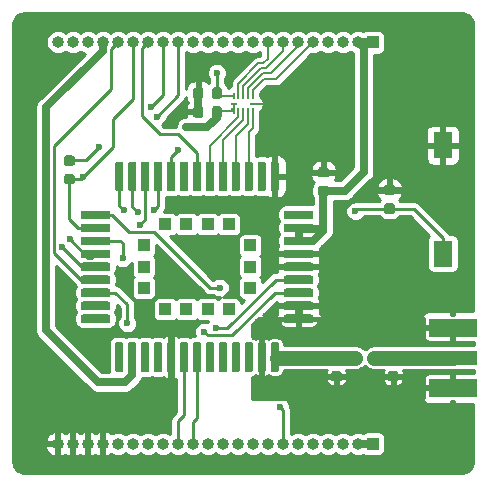
<source format=gbr>
G04 #@! TF.GenerationSoftware,KiCad,Pcbnew,5.99.0-unknown-df3fabf~86~ubuntu18.04.1*
G04 #@! TF.CreationDate,2019-10-25T19:02:02-04:00*
G04 #@! TF.ProjectId,bc26_bc66_module_board,62633236-5f62-4633-9636-5f6d6f64756c,rev?*
G04 #@! TF.SameCoordinates,Original*
G04 #@! TF.FileFunction,Copper,L1,Top*
G04 #@! TF.FilePolarity,Positive*
%FSLAX46Y46*%
G04 Gerber Fmt 4.6, Leading zero omitted, Abs format (unit mm)*
G04 Created by KiCad (PCBNEW 5.99.0-unknown-df3fabf~86~ubuntu18.04.1) date 2019-10-25 19:02:02*
%MOMM*%
%LPD*%
G04 APERTURE LIST*
%ADD10R,0.250000X0.150000*%
%ADD11R,0.600000X0.200000*%
%ADD12R,0.200000X0.600000*%
%ADD13R,1.000000X1.000000*%
%ADD14R,1.600000X2.180000*%
%ADD15O,1.000000X1.000000*%
%ADD16R,4.064000X1.524000*%
%ADD17R,4.064000X1.270000*%
%ADD18C,0.600000*%
%ADD19C,1.230000*%
%ADD20C,0.250000*%
%ADD21C,0.200000*%
%ADD22C,0.700000*%
%ADD23C,0.254000*%
G04 APERTURE END LIST*
D10*
X89025000Y-78625000D03*
D11*
X89200000Y-78200000D03*
D12*
X89200000Y-77550000D03*
X89600000Y-77550000D03*
X90000000Y-77550000D03*
X90400000Y-77550000D03*
X90800000Y-77550000D03*
D11*
X90800000Y-78200000D03*
D12*
X90800000Y-78850000D03*
X90400000Y-78850000D03*
X90000000Y-78850000D03*
X89600000Y-78850000D03*
X89200000Y-78850000D03*
G04 #@! TA.AperFunction,SMDPad,CuDef*
G36*
X86514962Y-76841651D02*
G01*
X86585930Y-76889070D01*
X86633349Y-76960038D01*
X86650000Y-77043750D01*
X86650000Y-77556250D01*
X86633349Y-77639962D01*
X86585930Y-77710930D01*
X86514962Y-77758349D01*
X86431250Y-77775000D01*
X85993750Y-77775000D01*
X85910038Y-77758349D01*
X85839070Y-77710930D01*
X85791651Y-77639962D01*
X85775000Y-77556250D01*
X85775000Y-77043750D01*
X85791651Y-76960038D01*
X85839070Y-76889070D01*
X85910038Y-76841651D01*
X85993750Y-76825000D01*
X86431250Y-76825000D01*
X86514962Y-76841651D01*
G37*
G04 #@! TD.AperFunction*
G04 #@! TA.AperFunction,SMDPad,CuDef*
G36*
X88089962Y-76841651D02*
G01*
X88160930Y-76889070D01*
X88208349Y-76960038D01*
X88225000Y-77043750D01*
X88225000Y-77556250D01*
X88208349Y-77639962D01*
X88160930Y-77710930D01*
X88089962Y-77758349D01*
X88006250Y-77775000D01*
X87568750Y-77775000D01*
X87485038Y-77758349D01*
X87414070Y-77710930D01*
X87366651Y-77639962D01*
X87350000Y-77556250D01*
X87350000Y-77043750D01*
X87366651Y-76960038D01*
X87414070Y-76889070D01*
X87485038Y-76841651D01*
X87568750Y-76825000D01*
X88006250Y-76825000D01*
X88089962Y-76841651D01*
G37*
G04 #@! TD.AperFunction*
G04 #@! TA.AperFunction,SMDPad,CuDef*
G36*
X86514962Y-78441651D02*
G01*
X86585930Y-78489070D01*
X86633349Y-78560038D01*
X86650000Y-78643750D01*
X86650000Y-79156250D01*
X86633349Y-79239962D01*
X86585930Y-79310930D01*
X86514962Y-79358349D01*
X86431250Y-79375000D01*
X85993750Y-79375000D01*
X85910038Y-79358349D01*
X85839070Y-79310930D01*
X85791651Y-79239962D01*
X85775000Y-79156250D01*
X85775000Y-78643750D01*
X85791651Y-78560038D01*
X85839070Y-78489070D01*
X85910038Y-78441651D01*
X85993750Y-78425000D01*
X86431250Y-78425000D01*
X86514962Y-78441651D01*
G37*
G04 #@! TD.AperFunction*
G04 #@! TA.AperFunction,SMDPad,CuDef*
G36*
X88089962Y-78441651D02*
G01*
X88160930Y-78489070D01*
X88208349Y-78560038D01*
X88225000Y-78643750D01*
X88225000Y-79156250D01*
X88208349Y-79239962D01*
X88160930Y-79310930D01*
X88089962Y-79358349D01*
X88006250Y-79375000D01*
X87568750Y-79375000D01*
X87485038Y-79358349D01*
X87414070Y-79310930D01*
X87366651Y-79239962D01*
X87350000Y-79156250D01*
X87350000Y-78643750D01*
X87366651Y-78560038D01*
X87414070Y-78489070D01*
X87485038Y-78441651D01*
X87568750Y-78425000D01*
X88006250Y-78425000D01*
X88089962Y-78441651D01*
G37*
G04 #@! TD.AperFunction*
D13*
X90600000Y-90200000D03*
X90600000Y-92000000D03*
X90600000Y-93800000D03*
X88800000Y-95600000D03*
X87000000Y-95600000D03*
X85200000Y-95600000D03*
X83400000Y-95600000D03*
X81600000Y-93800000D03*
X81600000Y-92000000D03*
X81600000Y-90200000D03*
X83400000Y-88400000D03*
X85200000Y-88400000D03*
X87000000Y-88400000D03*
X88800000Y-88400000D03*
G04 #@! TA.AperFunction,SMDPad,CuDef*
G36*
X95841970Y-87263321D02*
G01*
X95898744Y-87301256D01*
X95936679Y-87358030D01*
X95950000Y-87425000D01*
X95950000Y-87775000D01*
X95936679Y-87841970D01*
X95898744Y-87898744D01*
X95841970Y-87936679D01*
X95775000Y-87950000D01*
X93625000Y-87950000D01*
X93558030Y-87936679D01*
X93501256Y-87898744D01*
X93463321Y-87841970D01*
X93450000Y-87775000D01*
X93450000Y-87425000D01*
X93463321Y-87358030D01*
X93501256Y-87301256D01*
X93558030Y-87263321D01*
X93625000Y-87250000D01*
X95775000Y-87250000D01*
X95841970Y-87263321D01*
G37*
G04 #@! TD.AperFunction*
G04 #@! TA.AperFunction,SMDPad,CuDef*
G36*
X95841970Y-88363321D02*
G01*
X95898744Y-88401256D01*
X95936679Y-88458030D01*
X95950000Y-88525000D01*
X95950000Y-88875000D01*
X95936679Y-88941970D01*
X95898744Y-88998744D01*
X95841970Y-89036679D01*
X95775000Y-89050000D01*
X93625000Y-89050000D01*
X93558030Y-89036679D01*
X93501256Y-88998744D01*
X93463321Y-88941970D01*
X93450000Y-88875000D01*
X93450000Y-88525000D01*
X93463321Y-88458030D01*
X93501256Y-88401256D01*
X93558030Y-88363321D01*
X93625000Y-88350000D01*
X95775000Y-88350000D01*
X95841970Y-88363321D01*
G37*
G04 #@! TD.AperFunction*
G04 #@! TA.AperFunction,SMDPad,CuDef*
G36*
X95841970Y-89463321D02*
G01*
X95898744Y-89501256D01*
X95936679Y-89558030D01*
X95950000Y-89625000D01*
X95950000Y-89975000D01*
X95936679Y-90041970D01*
X95898744Y-90098744D01*
X95841970Y-90136679D01*
X95775000Y-90150000D01*
X93625000Y-90150000D01*
X93558030Y-90136679D01*
X93501256Y-90098744D01*
X93463321Y-90041970D01*
X93450000Y-89975000D01*
X93450000Y-89625000D01*
X93463321Y-89558030D01*
X93501256Y-89501256D01*
X93558030Y-89463321D01*
X93625000Y-89450000D01*
X95775000Y-89450000D01*
X95841970Y-89463321D01*
G37*
G04 #@! TD.AperFunction*
G04 #@! TA.AperFunction,SMDPad,CuDef*
G36*
X95841970Y-90563321D02*
G01*
X95898744Y-90601256D01*
X95936679Y-90658030D01*
X95950000Y-90725000D01*
X95950000Y-91075000D01*
X95936679Y-91141970D01*
X95898744Y-91198744D01*
X95841970Y-91236679D01*
X95775000Y-91250000D01*
X93625000Y-91250000D01*
X93558030Y-91236679D01*
X93501256Y-91198744D01*
X93463321Y-91141970D01*
X93450000Y-91075000D01*
X93450000Y-90725000D01*
X93463321Y-90658030D01*
X93501256Y-90601256D01*
X93558030Y-90563321D01*
X93625000Y-90550000D01*
X95775000Y-90550000D01*
X95841970Y-90563321D01*
G37*
G04 #@! TD.AperFunction*
G04 #@! TA.AperFunction,SMDPad,CuDef*
G36*
X95841970Y-91663321D02*
G01*
X95898744Y-91701256D01*
X95936679Y-91758030D01*
X95950000Y-91825000D01*
X95950000Y-92175000D01*
X95936679Y-92241970D01*
X95898744Y-92298744D01*
X95841970Y-92336679D01*
X95775000Y-92350000D01*
X93625000Y-92350000D01*
X93558030Y-92336679D01*
X93501256Y-92298744D01*
X93463321Y-92241970D01*
X93450000Y-92175000D01*
X93450000Y-91825000D01*
X93463321Y-91758030D01*
X93501256Y-91701256D01*
X93558030Y-91663321D01*
X93625000Y-91650000D01*
X95775000Y-91650000D01*
X95841970Y-91663321D01*
G37*
G04 #@! TD.AperFunction*
G04 #@! TA.AperFunction,SMDPad,CuDef*
G36*
X95841970Y-92763321D02*
G01*
X95898744Y-92801256D01*
X95936679Y-92858030D01*
X95950000Y-92925000D01*
X95950000Y-93275000D01*
X95936679Y-93341970D01*
X95898744Y-93398744D01*
X95841970Y-93436679D01*
X95775000Y-93450000D01*
X93625000Y-93450000D01*
X93558030Y-93436679D01*
X93501256Y-93398744D01*
X93463321Y-93341970D01*
X93450000Y-93275000D01*
X93450000Y-92925000D01*
X93463321Y-92858030D01*
X93501256Y-92801256D01*
X93558030Y-92763321D01*
X93625000Y-92750000D01*
X95775000Y-92750000D01*
X95841970Y-92763321D01*
G37*
G04 #@! TD.AperFunction*
G04 #@! TA.AperFunction,SMDPad,CuDef*
G36*
X95841970Y-93863321D02*
G01*
X95898744Y-93901256D01*
X95936679Y-93958030D01*
X95950000Y-94025000D01*
X95950000Y-94375000D01*
X95936679Y-94441970D01*
X95898744Y-94498744D01*
X95841970Y-94536679D01*
X95775000Y-94550000D01*
X93625000Y-94550000D01*
X93558030Y-94536679D01*
X93501256Y-94498744D01*
X93463321Y-94441970D01*
X93450000Y-94375000D01*
X93450000Y-94025000D01*
X93463321Y-93958030D01*
X93501256Y-93901256D01*
X93558030Y-93863321D01*
X93625000Y-93850000D01*
X95775000Y-93850000D01*
X95841970Y-93863321D01*
G37*
G04 #@! TD.AperFunction*
G04 #@! TA.AperFunction,SMDPad,CuDef*
G36*
X95841970Y-94963321D02*
G01*
X95898744Y-95001256D01*
X95936679Y-95058030D01*
X95950000Y-95125000D01*
X95950000Y-95475000D01*
X95936679Y-95541970D01*
X95898744Y-95598744D01*
X95841970Y-95636679D01*
X95775000Y-95650000D01*
X93625000Y-95650000D01*
X93558030Y-95636679D01*
X93501256Y-95598744D01*
X93463321Y-95541970D01*
X93450000Y-95475000D01*
X93450000Y-95125000D01*
X93463321Y-95058030D01*
X93501256Y-95001256D01*
X93558030Y-94963321D01*
X93625000Y-94950000D01*
X95775000Y-94950000D01*
X95841970Y-94963321D01*
G37*
G04 #@! TD.AperFunction*
G04 #@! TA.AperFunction,SMDPad,CuDef*
G36*
X95841970Y-96063321D02*
G01*
X95898744Y-96101256D01*
X95936679Y-96158030D01*
X95950000Y-96225000D01*
X95950000Y-96575000D01*
X95936679Y-96641970D01*
X95898744Y-96698744D01*
X95841970Y-96736679D01*
X95775000Y-96750000D01*
X93625000Y-96750000D01*
X93558030Y-96736679D01*
X93501256Y-96698744D01*
X93463321Y-96641970D01*
X93450000Y-96575000D01*
X93450000Y-96225000D01*
X93463321Y-96158030D01*
X93501256Y-96101256D01*
X93558030Y-96063321D01*
X93625000Y-96050000D01*
X95775000Y-96050000D01*
X95841970Y-96063321D01*
G37*
G04 #@! TD.AperFunction*
G04 #@! TA.AperFunction,SMDPad,CuDef*
G36*
X92941970Y-98413321D02*
G01*
X92998744Y-98451256D01*
X93036679Y-98508030D01*
X93050000Y-98575000D01*
X93050000Y-100725000D01*
X93036679Y-100791970D01*
X92998744Y-100848744D01*
X92941970Y-100886679D01*
X92875000Y-100900000D01*
X92525000Y-100900000D01*
X92458030Y-100886679D01*
X92401256Y-100848744D01*
X92363321Y-100791970D01*
X92350000Y-100725000D01*
X92350000Y-98575000D01*
X92363321Y-98508030D01*
X92401256Y-98451256D01*
X92458030Y-98413321D01*
X92525000Y-98400000D01*
X92875000Y-98400000D01*
X92941970Y-98413321D01*
G37*
G04 #@! TD.AperFunction*
G04 #@! TA.AperFunction,SMDPad,CuDef*
G36*
X91841970Y-98413321D02*
G01*
X91898744Y-98451256D01*
X91936679Y-98508030D01*
X91950000Y-98575000D01*
X91950000Y-100725000D01*
X91936679Y-100791970D01*
X91898744Y-100848744D01*
X91841970Y-100886679D01*
X91775000Y-100900000D01*
X91425000Y-100900000D01*
X91358030Y-100886679D01*
X91301256Y-100848744D01*
X91263321Y-100791970D01*
X91250000Y-100725000D01*
X91250000Y-98575000D01*
X91263321Y-98508030D01*
X91301256Y-98451256D01*
X91358030Y-98413321D01*
X91425000Y-98400000D01*
X91775000Y-98400000D01*
X91841970Y-98413321D01*
G37*
G04 #@! TD.AperFunction*
G04 #@! TA.AperFunction,SMDPad,CuDef*
G36*
X90741970Y-98413321D02*
G01*
X90798744Y-98451256D01*
X90836679Y-98508030D01*
X90850000Y-98575000D01*
X90850000Y-100725000D01*
X90836679Y-100791970D01*
X90798744Y-100848744D01*
X90741970Y-100886679D01*
X90675000Y-100900000D01*
X90325000Y-100900000D01*
X90258030Y-100886679D01*
X90201256Y-100848744D01*
X90163321Y-100791970D01*
X90150000Y-100725000D01*
X90150000Y-98575000D01*
X90163321Y-98508030D01*
X90201256Y-98451256D01*
X90258030Y-98413321D01*
X90325000Y-98400000D01*
X90675000Y-98400000D01*
X90741970Y-98413321D01*
G37*
G04 #@! TD.AperFunction*
G04 #@! TA.AperFunction,SMDPad,CuDef*
G36*
X89641970Y-98413321D02*
G01*
X89698744Y-98451256D01*
X89736679Y-98508030D01*
X89750000Y-98575000D01*
X89750000Y-100725000D01*
X89736679Y-100791970D01*
X89698744Y-100848744D01*
X89641970Y-100886679D01*
X89575000Y-100900000D01*
X89225000Y-100900000D01*
X89158030Y-100886679D01*
X89101256Y-100848744D01*
X89063321Y-100791970D01*
X89050000Y-100725000D01*
X89050000Y-98575000D01*
X89063321Y-98508030D01*
X89101256Y-98451256D01*
X89158030Y-98413321D01*
X89225000Y-98400000D01*
X89575000Y-98400000D01*
X89641970Y-98413321D01*
G37*
G04 #@! TD.AperFunction*
G04 #@! TA.AperFunction,SMDPad,CuDef*
G36*
X88541970Y-98413321D02*
G01*
X88598744Y-98451256D01*
X88636679Y-98508030D01*
X88650000Y-98575000D01*
X88650000Y-100725000D01*
X88636679Y-100791970D01*
X88598744Y-100848744D01*
X88541970Y-100886679D01*
X88475000Y-100900000D01*
X88125000Y-100900000D01*
X88058030Y-100886679D01*
X88001256Y-100848744D01*
X87963321Y-100791970D01*
X87950000Y-100725000D01*
X87950000Y-98575000D01*
X87963321Y-98508030D01*
X88001256Y-98451256D01*
X88058030Y-98413321D01*
X88125000Y-98400000D01*
X88475000Y-98400000D01*
X88541970Y-98413321D01*
G37*
G04 #@! TD.AperFunction*
G04 #@! TA.AperFunction,SMDPad,CuDef*
G36*
X87441970Y-98413321D02*
G01*
X87498744Y-98451256D01*
X87536679Y-98508030D01*
X87550000Y-98575000D01*
X87550000Y-100725000D01*
X87536679Y-100791970D01*
X87498744Y-100848744D01*
X87441970Y-100886679D01*
X87375000Y-100900000D01*
X87025000Y-100900000D01*
X86958030Y-100886679D01*
X86901256Y-100848744D01*
X86863321Y-100791970D01*
X86850000Y-100725000D01*
X86850000Y-98575000D01*
X86863321Y-98508030D01*
X86901256Y-98451256D01*
X86958030Y-98413321D01*
X87025000Y-98400000D01*
X87375000Y-98400000D01*
X87441970Y-98413321D01*
G37*
G04 #@! TD.AperFunction*
G04 #@! TA.AperFunction,SMDPad,CuDef*
G36*
X86341970Y-98413321D02*
G01*
X86398744Y-98451256D01*
X86436679Y-98508030D01*
X86450000Y-98575000D01*
X86450000Y-100725000D01*
X86436679Y-100791970D01*
X86398744Y-100848744D01*
X86341970Y-100886679D01*
X86275000Y-100900000D01*
X85925000Y-100900000D01*
X85858030Y-100886679D01*
X85801256Y-100848744D01*
X85763321Y-100791970D01*
X85750000Y-100725000D01*
X85750000Y-98575000D01*
X85763321Y-98508030D01*
X85801256Y-98451256D01*
X85858030Y-98413321D01*
X85925000Y-98400000D01*
X86275000Y-98400000D01*
X86341970Y-98413321D01*
G37*
G04 #@! TD.AperFunction*
G04 #@! TA.AperFunction,SMDPad,CuDef*
G36*
X85241970Y-98413321D02*
G01*
X85298744Y-98451256D01*
X85336679Y-98508030D01*
X85350000Y-98575000D01*
X85350000Y-100725000D01*
X85336679Y-100791970D01*
X85298744Y-100848744D01*
X85241970Y-100886679D01*
X85175000Y-100900000D01*
X84825000Y-100900000D01*
X84758030Y-100886679D01*
X84701256Y-100848744D01*
X84663321Y-100791970D01*
X84650000Y-100725000D01*
X84650000Y-98575000D01*
X84663321Y-98508030D01*
X84701256Y-98451256D01*
X84758030Y-98413321D01*
X84825000Y-98400000D01*
X85175000Y-98400000D01*
X85241970Y-98413321D01*
G37*
G04 #@! TD.AperFunction*
G04 #@! TA.AperFunction,SMDPad,CuDef*
G36*
X84141970Y-98413321D02*
G01*
X84198744Y-98451256D01*
X84236679Y-98508030D01*
X84250000Y-98575000D01*
X84250000Y-100725000D01*
X84236679Y-100791970D01*
X84198744Y-100848744D01*
X84141970Y-100886679D01*
X84075000Y-100900000D01*
X83725000Y-100900000D01*
X83658030Y-100886679D01*
X83601256Y-100848744D01*
X83563321Y-100791970D01*
X83550000Y-100725000D01*
X83550000Y-98575000D01*
X83563321Y-98508030D01*
X83601256Y-98451256D01*
X83658030Y-98413321D01*
X83725000Y-98400000D01*
X84075000Y-98400000D01*
X84141970Y-98413321D01*
G37*
G04 #@! TD.AperFunction*
G04 #@! TA.AperFunction,SMDPad,CuDef*
G36*
X83041970Y-98413321D02*
G01*
X83098744Y-98451256D01*
X83136679Y-98508030D01*
X83150000Y-98575000D01*
X83150000Y-100725000D01*
X83136679Y-100791970D01*
X83098744Y-100848744D01*
X83041970Y-100886679D01*
X82975000Y-100900000D01*
X82625000Y-100900000D01*
X82558030Y-100886679D01*
X82501256Y-100848744D01*
X82463321Y-100791970D01*
X82450000Y-100725000D01*
X82450000Y-98575000D01*
X82463321Y-98508030D01*
X82501256Y-98451256D01*
X82558030Y-98413321D01*
X82625000Y-98400000D01*
X82975000Y-98400000D01*
X83041970Y-98413321D01*
G37*
G04 #@! TD.AperFunction*
G04 #@! TA.AperFunction,SMDPad,CuDef*
G36*
X81941970Y-98413321D02*
G01*
X81998744Y-98451256D01*
X82036679Y-98508030D01*
X82050000Y-98575000D01*
X82050000Y-100725000D01*
X82036679Y-100791970D01*
X81998744Y-100848744D01*
X81941970Y-100886679D01*
X81875000Y-100900000D01*
X81525000Y-100900000D01*
X81458030Y-100886679D01*
X81401256Y-100848744D01*
X81363321Y-100791970D01*
X81350000Y-100725000D01*
X81350000Y-98575000D01*
X81363321Y-98508030D01*
X81401256Y-98451256D01*
X81458030Y-98413321D01*
X81525000Y-98400000D01*
X81875000Y-98400000D01*
X81941970Y-98413321D01*
G37*
G04 #@! TD.AperFunction*
G04 #@! TA.AperFunction,SMDPad,CuDef*
G36*
X80841970Y-98413321D02*
G01*
X80898744Y-98451256D01*
X80936679Y-98508030D01*
X80950000Y-98575000D01*
X80950000Y-100725000D01*
X80936679Y-100791970D01*
X80898744Y-100848744D01*
X80841970Y-100886679D01*
X80775000Y-100900000D01*
X80425000Y-100900000D01*
X80358030Y-100886679D01*
X80301256Y-100848744D01*
X80263321Y-100791970D01*
X80250000Y-100725000D01*
X80250000Y-98575000D01*
X80263321Y-98508030D01*
X80301256Y-98451256D01*
X80358030Y-98413321D01*
X80425000Y-98400000D01*
X80775000Y-98400000D01*
X80841970Y-98413321D01*
G37*
G04 #@! TD.AperFunction*
G04 #@! TA.AperFunction,SMDPad,CuDef*
G36*
X79741970Y-98413321D02*
G01*
X79798744Y-98451256D01*
X79836679Y-98508030D01*
X79850000Y-98575000D01*
X79850000Y-100725000D01*
X79836679Y-100791970D01*
X79798744Y-100848744D01*
X79741970Y-100886679D01*
X79675000Y-100900000D01*
X79325000Y-100900000D01*
X79258030Y-100886679D01*
X79201256Y-100848744D01*
X79163321Y-100791970D01*
X79150000Y-100725000D01*
X79150000Y-98575000D01*
X79163321Y-98508030D01*
X79201256Y-98451256D01*
X79258030Y-98413321D01*
X79325000Y-98400000D01*
X79675000Y-98400000D01*
X79741970Y-98413321D01*
G37*
G04 #@! TD.AperFunction*
G04 #@! TA.AperFunction,SMDPad,CuDef*
G36*
X78641970Y-96063321D02*
G01*
X78698744Y-96101256D01*
X78736679Y-96158030D01*
X78750000Y-96225000D01*
X78750000Y-96575000D01*
X78736679Y-96641970D01*
X78698744Y-96698744D01*
X78641970Y-96736679D01*
X78575000Y-96750000D01*
X76425000Y-96750000D01*
X76358030Y-96736679D01*
X76301256Y-96698744D01*
X76263321Y-96641970D01*
X76250000Y-96575000D01*
X76250000Y-96225000D01*
X76263321Y-96158030D01*
X76301256Y-96101256D01*
X76358030Y-96063321D01*
X76425000Y-96050000D01*
X78575000Y-96050000D01*
X78641970Y-96063321D01*
G37*
G04 #@! TD.AperFunction*
G04 #@! TA.AperFunction,SMDPad,CuDef*
G36*
X78641970Y-94963321D02*
G01*
X78698744Y-95001256D01*
X78736679Y-95058030D01*
X78750000Y-95125000D01*
X78750000Y-95475000D01*
X78736679Y-95541970D01*
X78698744Y-95598744D01*
X78641970Y-95636679D01*
X78575000Y-95650000D01*
X76425000Y-95650000D01*
X76358030Y-95636679D01*
X76301256Y-95598744D01*
X76263321Y-95541970D01*
X76250000Y-95475000D01*
X76250000Y-95125000D01*
X76263321Y-95058030D01*
X76301256Y-95001256D01*
X76358030Y-94963321D01*
X76425000Y-94950000D01*
X78575000Y-94950000D01*
X78641970Y-94963321D01*
G37*
G04 #@! TD.AperFunction*
G04 #@! TA.AperFunction,SMDPad,CuDef*
G36*
X78641970Y-93863321D02*
G01*
X78698744Y-93901256D01*
X78736679Y-93958030D01*
X78750000Y-94025000D01*
X78750000Y-94375000D01*
X78736679Y-94441970D01*
X78698744Y-94498744D01*
X78641970Y-94536679D01*
X78575000Y-94550000D01*
X76425000Y-94550000D01*
X76358030Y-94536679D01*
X76301256Y-94498744D01*
X76263321Y-94441970D01*
X76250000Y-94375000D01*
X76250000Y-94025000D01*
X76263321Y-93958030D01*
X76301256Y-93901256D01*
X76358030Y-93863321D01*
X76425000Y-93850000D01*
X78575000Y-93850000D01*
X78641970Y-93863321D01*
G37*
G04 #@! TD.AperFunction*
G04 #@! TA.AperFunction,SMDPad,CuDef*
G36*
X78641970Y-92763321D02*
G01*
X78698744Y-92801256D01*
X78736679Y-92858030D01*
X78750000Y-92925000D01*
X78750000Y-93275000D01*
X78736679Y-93341970D01*
X78698744Y-93398744D01*
X78641970Y-93436679D01*
X78575000Y-93450000D01*
X76425000Y-93450000D01*
X76358030Y-93436679D01*
X76301256Y-93398744D01*
X76263321Y-93341970D01*
X76250000Y-93275000D01*
X76250000Y-92925000D01*
X76263321Y-92858030D01*
X76301256Y-92801256D01*
X76358030Y-92763321D01*
X76425000Y-92750000D01*
X78575000Y-92750000D01*
X78641970Y-92763321D01*
G37*
G04 #@! TD.AperFunction*
G04 #@! TA.AperFunction,SMDPad,CuDef*
G36*
X78641970Y-91663321D02*
G01*
X78698744Y-91701256D01*
X78736679Y-91758030D01*
X78750000Y-91825000D01*
X78750000Y-92175000D01*
X78736679Y-92241970D01*
X78698744Y-92298744D01*
X78641970Y-92336679D01*
X78575000Y-92350000D01*
X76425000Y-92350000D01*
X76358030Y-92336679D01*
X76301256Y-92298744D01*
X76263321Y-92241970D01*
X76250000Y-92175000D01*
X76250000Y-91825000D01*
X76263321Y-91758030D01*
X76301256Y-91701256D01*
X76358030Y-91663321D01*
X76425000Y-91650000D01*
X78575000Y-91650000D01*
X78641970Y-91663321D01*
G37*
G04 #@! TD.AperFunction*
G04 #@! TA.AperFunction,SMDPad,CuDef*
G36*
X78641970Y-90563321D02*
G01*
X78698744Y-90601256D01*
X78736679Y-90658030D01*
X78750000Y-90725000D01*
X78750000Y-91075000D01*
X78736679Y-91141970D01*
X78698744Y-91198744D01*
X78641970Y-91236679D01*
X78575000Y-91250000D01*
X76425000Y-91250000D01*
X76358030Y-91236679D01*
X76301256Y-91198744D01*
X76263321Y-91141970D01*
X76250000Y-91075000D01*
X76250000Y-90725000D01*
X76263321Y-90658030D01*
X76301256Y-90601256D01*
X76358030Y-90563321D01*
X76425000Y-90550000D01*
X78575000Y-90550000D01*
X78641970Y-90563321D01*
G37*
G04 #@! TD.AperFunction*
G04 #@! TA.AperFunction,SMDPad,CuDef*
G36*
X78641970Y-89463321D02*
G01*
X78698744Y-89501256D01*
X78736679Y-89558030D01*
X78750000Y-89625000D01*
X78750000Y-89975000D01*
X78736679Y-90041970D01*
X78698744Y-90098744D01*
X78641970Y-90136679D01*
X78575000Y-90150000D01*
X76425000Y-90150000D01*
X76358030Y-90136679D01*
X76301256Y-90098744D01*
X76263321Y-90041970D01*
X76250000Y-89975000D01*
X76250000Y-89625000D01*
X76263321Y-89558030D01*
X76301256Y-89501256D01*
X76358030Y-89463321D01*
X76425000Y-89450000D01*
X78575000Y-89450000D01*
X78641970Y-89463321D01*
G37*
G04 #@! TD.AperFunction*
G04 #@! TA.AperFunction,SMDPad,CuDef*
G36*
X78641970Y-88363321D02*
G01*
X78698744Y-88401256D01*
X78736679Y-88458030D01*
X78750000Y-88525000D01*
X78750000Y-88875000D01*
X78736679Y-88941970D01*
X78698744Y-88998744D01*
X78641970Y-89036679D01*
X78575000Y-89050000D01*
X76425000Y-89050000D01*
X76358030Y-89036679D01*
X76301256Y-88998744D01*
X76263321Y-88941970D01*
X76250000Y-88875000D01*
X76250000Y-88525000D01*
X76263321Y-88458030D01*
X76301256Y-88401256D01*
X76358030Y-88363321D01*
X76425000Y-88350000D01*
X78575000Y-88350000D01*
X78641970Y-88363321D01*
G37*
G04 #@! TD.AperFunction*
G04 #@! TA.AperFunction,SMDPad,CuDef*
G36*
X78641970Y-87263321D02*
G01*
X78698744Y-87301256D01*
X78736679Y-87358030D01*
X78750000Y-87425000D01*
X78750000Y-87775000D01*
X78736679Y-87841970D01*
X78698744Y-87898744D01*
X78641970Y-87936679D01*
X78575000Y-87950000D01*
X76425000Y-87950000D01*
X76358030Y-87936679D01*
X76301256Y-87898744D01*
X76263321Y-87841970D01*
X76250000Y-87775000D01*
X76250000Y-87425000D01*
X76263321Y-87358030D01*
X76301256Y-87301256D01*
X76358030Y-87263321D01*
X76425000Y-87250000D01*
X78575000Y-87250000D01*
X78641970Y-87263321D01*
G37*
G04 #@! TD.AperFunction*
G04 #@! TA.AperFunction,SMDPad,CuDef*
G36*
X79741970Y-83113321D02*
G01*
X79798744Y-83151256D01*
X79836679Y-83208030D01*
X79850000Y-83275000D01*
X79850000Y-85425000D01*
X79836679Y-85491970D01*
X79798744Y-85548744D01*
X79741970Y-85586679D01*
X79675000Y-85600000D01*
X79325000Y-85600000D01*
X79258030Y-85586679D01*
X79201256Y-85548744D01*
X79163321Y-85491970D01*
X79150000Y-85425000D01*
X79150000Y-83275000D01*
X79163321Y-83208030D01*
X79201256Y-83151256D01*
X79258030Y-83113321D01*
X79325000Y-83100000D01*
X79675000Y-83100000D01*
X79741970Y-83113321D01*
G37*
G04 #@! TD.AperFunction*
G04 #@! TA.AperFunction,SMDPad,CuDef*
G36*
X80841970Y-83113321D02*
G01*
X80898744Y-83151256D01*
X80936679Y-83208030D01*
X80950000Y-83275000D01*
X80950000Y-85425000D01*
X80936679Y-85491970D01*
X80898744Y-85548744D01*
X80841970Y-85586679D01*
X80775000Y-85600000D01*
X80425000Y-85600000D01*
X80358030Y-85586679D01*
X80301256Y-85548744D01*
X80263321Y-85491970D01*
X80250000Y-85425000D01*
X80250000Y-83275000D01*
X80263321Y-83208030D01*
X80301256Y-83151256D01*
X80358030Y-83113321D01*
X80425000Y-83100000D01*
X80775000Y-83100000D01*
X80841970Y-83113321D01*
G37*
G04 #@! TD.AperFunction*
G04 #@! TA.AperFunction,SMDPad,CuDef*
G36*
X81941970Y-83113321D02*
G01*
X81998744Y-83151256D01*
X82036679Y-83208030D01*
X82050000Y-83275000D01*
X82050000Y-85425000D01*
X82036679Y-85491970D01*
X81998744Y-85548744D01*
X81941970Y-85586679D01*
X81875000Y-85600000D01*
X81525000Y-85600000D01*
X81458030Y-85586679D01*
X81401256Y-85548744D01*
X81363321Y-85491970D01*
X81350000Y-85425000D01*
X81350000Y-83275000D01*
X81363321Y-83208030D01*
X81401256Y-83151256D01*
X81458030Y-83113321D01*
X81525000Y-83100000D01*
X81875000Y-83100000D01*
X81941970Y-83113321D01*
G37*
G04 #@! TD.AperFunction*
G04 #@! TA.AperFunction,SMDPad,CuDef*
G36*
X83041970Y-83113321D02*
G01*
X83098744Y-83151256D01*
X83136679Y-83208030D01*
X83150000Y-83275000D01*
X83150000Y-85425000D01*
X83136679Y-85491970D01*
X83098744Y-85548744D01*
X83041970Y-85586679D01*
X82975000Y-85600000D01*
X82625000Y-85600000D01*
X82558030Y-85586679D01*
X82501256Y-85548744D01*
X82463321Y-85491970D01*
X82450000Y-85425000D01*
X82450000Y-83275000D01*
X82463321Y-83208030D01*
X82501256Y-83151256D01*
X82558030Y-83113321D01*
X82625000Y-83100000D01*
X82975000Y-83100000D01*
X83041970Y-83113321D01*
G37*
G04 #@! TD.AperFunction*
G04 #@! TA.AperFunction,SMDPad,CuDef*
G36*
X84141970Y-83113321D02*
G01*
X84198744Y-83151256D01*
X84236679Y-83208030D01*
X84250000Y-83275000D01*
X84250000Y-85425000D01*
X84236679Y-85491970D01*
X84198744Y-85548744D01*
X84141970Y-85586679D01*
X84075000Y-85600000D01*
X83725000Y-85600000D01*
X83658030Y-85586679D01*
X83601256Y-85548744D01*
X83563321Y-85491970D01*
X83550000Y-85425000D01*
X83550000Y-83275000D01*
X83563321Y-83208030D01*
X83601256Y-83151256D01*
X83658030Y-83113321D01*
X83725000Y-83100000D01*
X84075000Y-83100000D01*
X84141970Y-83113321D01*
G37*
G04 #@! TD.AperFunction*
G04 #@! TA.AperFunction,SMDPad,CuDef*
G36*
X85241970Y-83113321D02*
G01*
X85298744Y-83151256D01*
X85336679Y-83208030D01*
X85350000Y-83275000D01*
X85350000Y-85425000D01*
X85336679Y-85491970D01*
X85298744Y-85548744D01*
X85241970Y-85586679D01*
X85175000Y-85600000D01*
X84825000Y-85600000D01*
X84758030Y-85586679D01*
X84701256Y-85548744D01*
X84663321Y-85491970D01*
X84650000Y-85425000D01*
X84650000Y-83275000D01*
X84663321Y-83208030D01*
X84701256Y-83151256D01*
X84758030Y-83113321D01*
X84825000Y-83100000D01*
X85175000Y-83100000D01*
X85241970Y-83113321D01*
G37*
G04 #@! TD.AperFunction*
G04 #@! TA.AperFunction,SMDPad,CuDef*
G36*
X86341970Y-83113321D02*
G01*
X86398744Y-83151256D01*
X86436679Y-83208030D01*
X86450000Y-83275000D01*
X86450000Y-85425000D01*
X86436679Y-85491970D01*
X86398744Y-85548744D01*
X86341970Y-85586679D01*
X86275000Y-85600000D01*
X85925000Y-85600000D01*
X85858030Y-85586679D01*
X85801256Y-85548744D01*
X85763321Y-85491970D01*
X85750000Y-85425000D01*
X85750000Y-83275000D01*
X85763321Y-83208030D01*
X85801256Y-83151256D01*
X85858030Y-83113321D01*
X85925000Y-83100000D01*
X86275000Y-83100000D01*
X86341970Y-83113321D01*
G37*
G04 #@! TD.AperFunction*
G04 #@! TA.AperFunction,SMDPad,CuDef*
G36*
X87441970Y-83113321D02*
G01*
X87498744Y-83151256D01*
X87536679Y-83208030D01*
X87550000Y-83275000D01*
X87550000Y-85425000D01*
X87536679Y-85491970D01*
X87498744Y-85548744D01*
X87441970Y-85586679D01*
X87375000Y-85600000D01*
X87025000Y-85600000D01*
X86958030Y-85586679D01*
X86901256Y-85548744D01*
X86863321Y-85491970D01*
X86850000Y-85425000D01*
X86850000Y-83275000D01*
X86863321Y-83208030D01*
X86901256Y-83151256D01*
X86958030Y-83113321D01*
X87025000Y-83100000D01*
X87375000Y-83100000D01*
X87441970Y-83113321D01*
G37*
G04 #@! TD.AperFunction*
G04 #@! TA.AperFunction,SMDPad,CuDef*
G36*
X88541970Y-83113321D02*
G01*
X88598744Y-83151256D01*
X88636679Y-83208030D01*
X88650000Y-83275000D01*
X88650000Y-85425000D01*
X88636679Y-85491970D01*
X88598744Y-85548744D01*
X88541970Y-85586679D01*
X88475000Y-85600000D01*
X88125000Y-85600000D01*
X88058030Y-85586679D01*
X88001256Y-85548744D01*
X87963321Y-85491970D01*
X87950000Y-85425000D01*
X87950000Y-83275000D01*
X87963321Y-83208030D01*
X88001256Y-83151256D01*
X88058030Y-83113321D01*
X88125000Y-83100000D01*
X88475000Y-83100000D01*
X88541970Y-83113321D01*
G37*
G04 #@! TD.AperFunction*
G04 #@! TA.AperFunction,SMDPad,CuDef*
G36*
X89641970Y-83113321D02*
G01*
X89698744Y-83151256D01*
X89736679Y-83208030D01*
X89750000Y-83275000D01*
X89750000Y-85425000D01*
X89736679Y-85491970D01*
X89698744Y-85548744D01*
X89641970Y-85586679D01*
X89575000Y-85600000D01*
X89225000Y-85600000D01*
X89158030Y-85586679D01*
X89101256Y-85548744D01*
X89063321Y-85491970D01*
X89050000Y-85425000D01*
X89050000Y-83275000D01*
X89063321Y-83208030D01*
X89101256Y-83151256D01*
X89158030Y-83113321D01*
X89225000Y-83100000D01*
X89575000Y-83100000D01*
X89641970Y-83113321D01*
G37*
G04 #@! TD.AperFunction*
G04 #@! TA.AperFunction,SMDPad,CuDef*
G36*
X90741970Y-83113321D02*
G01*
X90798744Y-83151256D01*
X90836679Y-83208030D01*
X90850000Y-83275000D01*
X90850000Y-85425000D01*
X90836679Y-85491970D01*
X90798744Y-85548744D01*
X90741970Y-85586679D01*
X90675000Y-85600000D01*
X90325000Y-85600000D01*
X90258030Y-85586679D01*
X90201256Y-85548744D01*
X90163321Y-85491970D01*
X90150000Y-85425000D01*
X90150000Y-83275000D01*
X90163321Y-83208030D01*
X90201256Y-83151256D01*
X90258030Y-83113321D01*
X90325000Y-83100000D01*
X90675000Y-83100000D01*
X90741970Y-83113321D01*
G37*
G04 #@! TD.AperFunction*
G04 #@! TA.AperFunction,SMDPad,CuDef*
G36*
X91841970Y-83113321D02*
G01*
X91898744Y-83151256D01*
X91936679Y-83208030D01*
X91950000Y-83275000D01*
X91950000Y-85425000D01*
X91936679Y-85491970D01*
X91898744Y-85548744D01*
X91841970Y-85586679D01*
X91775000Y-85600000D01*
X91425000Y-85600000D01*
X91358030Y-85586679D01*
X91301256Y-85548744D01*
X91263321Y-85491970D01*
X91250000Y-85425000D01*
X91250000Y-83275000D01*
X91263321Y-83208030D01*
X91301256Y-83151256D01*
X91358030Y-83113321D01*
X91425000Y-83100000D01*
X91775000Y-83100000D01*
X91841970Y-83113321D01*
G37*
G04 #@! TD.AperFunction*
G04 #@! TA.AperFunction,SMDPad,CuDef*
G36*
X92941970Y-83113321D02*
G01*
X92998744Y-83151256D01*
X93036679Y-83208030D01*
X93050000Y-83275000D01*
X93050000Y-85425000D01*
X93036679Y-85491970D01*
X92998744Y-85548744D01*
X92941970Y-85586679D01*
X92875000Y-85600000D01*
X92525000Y-85600000D01*
X92458030Y-85586679D01*
X92401256Y-85548744D01*
X92363321Y-85491970D01*
X92350000Y-85425000D01*
X92350000Y-83275000D01*
X92363321Y-83208030D01*
X92401256Y-83151256D01*
X92458030Y-83113321D01*
X92525000Y-83100000D01*
X92875000Y-83100000D01*
X92941970Y-83113321D01*
G37*
G04 #@! TD.AperFunction*
D14*
X106900000Y-90890000D03*
X106900000Y-81710000D03*
G04 #@! TA.AperFunction,SMDPad,CuDef*
G36*
X75639962Y-82591651D02*
G01*
X75710930Y-82639070D01*
X75758349Y-82710038D01*
X75775000Y-82793750D01*
X75775000Y-83231250D01*
X75758349Y-83314962D01*
X75710930Y-83385930D01*
X75639962Y-83433349D01*
X75556250Y-83450000D01*
X75043750Y-83450000D01*
X74960038Y-83433349D01*
X74889070Y-83385930D01*
X74841651Y-83314962D01*
X74825000Y-83231250D01*
X74825000Y-82793750D01*
X74841651Y-82710038D01*
X74889070Y-82639070D01*
X74960038Y-82591651D01*
X75043750Y-82575000D01*
X75556250Y-82575000D01*
X75639962Y-82591651D01*
G37*
G04 #@! TD.AperFunction*
G04 #@! TA.AperFunction,SMDPad,CuDef*
G36*
X75639962Y-84166651D02*
G01*
X75710930Y-84214070D01*
X75758349Y-84285038D01*
X75775000Y-84368750D01*
X75775000Y-84806250D01*
X75758349Y-84889962D01*
X75710930Y-84960930D01*
X75639962Y-85008349D01*
X75556250Y-85025000D01*
X75043750Y-85025000D01*
X74960038Y-85008349D01*
X74889070Y-84960930D01*
X74841651Y-84889962D01*
X74825000Y-84806250D01*
X74825000Y-84368750D01*
X74841651Y-84285038D01*
X74889070Y-84214070D01*
X74960038Y-84166651D01*
X75043750Y-84150000D01*
X75556250Y-84150000D01*
X75639962Y-84166651D01*
G37*
G04 #@! TD.AperFunction*
G04 #@! TA.AperFunction,SMDPad,CuDef*
G36*
X99814962Y-99241651D02*
G01*
X99885930Y-99289070D01*
X99933349Y-99360038D01*
X99950000Y-99443750D01*
X99950000Y-99956250D01*
X99933349Y-100039962D01*
X99885930Y-100110930D01*
X99814962Y-100158349D01*
X99731250Y-100175000D01*
X99293750Y-100175000D01*
X99210038Y-100158349D01*
X99139070Y-100110930D01*
X99091651Y-100039962D01*
X99075000Y-99956250D01*
X99075000Y-99443750D01*
X99091651Y-99360038D01*
X99139070Y-99289070D01*
X99210038Y-99241651D01*
X99293750Y-99225000D01*
X99731250Y-99225000D01*
X99814962Y-99241651D01*
G37*
G04 #@! TD.AperFunction*
G04 #@! TA.AperFunction,SMDPad,CuDef*
G36*
X101389962Y-99241651D02*
G01*
X101460930Y-99289070D01*
X101508349Y-99360038D01*
X101525000Y-99443750D01*
X101525000Y-99956250D01*
X101508349Y-100039962D01*
X101460930Y-100110930D01*
X101389962Y-100158349D01*
X101306250Y-100175000D01*
X100868750Y-100175000D01*
X100785038Y-100158349D01*
X100714070Y-100110930D01*
X100666651Y-100039962D01*
X100650000Y-99956250D01*
X100650000Y-99443750D01*
X100666651Y-99360038D01*
X100714070Y-99289070D01*
X100785038Y-99241651D01*
X100868750Y-99225000D01*
X101306250Y-99225000D01*
X101389962Y-99241651D01*
G37*
G04 #@! TD.AperFunction*
D15*
X74330000Y-107000000D03*
X75600000Y-107000000D03*
X76870000Y-107000000D03*
X78140000Y-107000000D03*
X79410000Y-107000000D03*
X80680000Y-107000000D03*
X81950000Y-107000000D03*
X83220000Y-107000000D03*
X84490000Y-107000000D03*
X85760000Y-107000000D03*
X87030000Y-107000000D03*
X88300000Y-107000000D03*
X89570000Y-107000000D03*
X90840000Y-107000000D03*
X92110000Y-107000000D03*
X93380000Y-107000000D03*
X94650000Y-107000000D03*
X95920000Y-107000000D03*
X97190000Y-107000000D03*
X98460000Y-107000000D03*
X99730000Y-107000000D03*
D13*
X101000000Y-107000000D03*
D15*
X74330000Y-73000000D03*
X75600000Y-73000000D03*
X76870000Y-73000000D03*
X78140000Y-73000000D03*
X79410000Y-73000000D03*
X80680000Y-73000000D03*
X81950000Y-73000000D03*
X83220000Y-73000000D03*
X84490000Y-73000000D03*
X85760000Y-73000000D03*
X87030000Y-73000000D03*
X88300000Y-73000000D03*
X89570000Y-73000000D03*
X90840000Y-73000000D03*
X92110000Y-73000000D03*
X93380000Y-73000000D03*
X94650000Y-73000000D03*
X95920000Y-73000000D03*
X97190000Y-73000000D03*
X98460000Y-73000000D03*
X99730000Y-73000000D03*
D13*
X101000000Y-73000000D03*
D16*
X107768000Y-102240000D03*
X107768000Y-97160000D03*
D17*
X107768000Y-99700000D03*
G04 #@! TA.AperFunction,SMDPad,CuDef*
G36*
X102739962Y-85091651D02*
G01*
X102810930Y-85139070D01*
X102858349Y-85210038D01*
X102875000Y-85293750D01*
X102875000Y-85731250D01*
X102858349Y-85814962D01*
X102810930Y-85885930D01*
X102739962Y-85933349D01*
X102656250Y-85950000D01*
X102143750Y-85950000D01*
X102060038Y-85933349D01*
X101989070Y-85885930D01*
X101941651Y-85814962D01*
X101925000Y-85731250D01*
X101925000Y-85293750D01*
X101941651Y-85210038D01*
X101989070Y-85139070D01*
X102060038Y-85091651D01*
X102143750Y-85075000D01*
X102656250Y-85075000D01*
X102739962Y-85091651D01*
G37*
G04 #@! TD.AperFunction*
G04 #@! TA.AperFunction,SMDPad,CuDef*
G36*
X102739962Y-86666651D02*
G01*
X102810930Y-86714070D01*
X102858349Y-86785038D01*
X102875000Y-86868750D01*
X102875000Y-87306250D01*
X102858349Y-87389962D01*
X102810930Y-87460930D01*
X102739962Y-87508349D01*
X102656250Y-87525000D01*
X102143750Y-87525000D01*
X102060038Y-87508349D01*
X101989070Y-87460930D01*
X101941651Y-87389962D01*
X101925000Y-87306250D01*
X101925000Y-86868750D01*
X101941651Y-86785038D01*
X101989070Y-86714070D01*
X102060038Y-86666651D01*
X102143750Y-86650000D01*
X102656250Y-86650000D01*
X102739962Y-86666651D01*
G37*
G04 #@! TD.AperFunction*
G04 #@! TA.AperFunction,SMDPad,CuDef*
G36*
X103039962Y-100866651D02*
G01*
X103110930Y-100914070D01*
X103158349Y-100985038D01*
X103175000Y-101068750D01*
X103175000Y-101506250D01*
X103158349Y-101589962D01*
X103110930Y-101660930D01*
X103039962Y-101708349D01*
X102956250Y-101725000D01*
X102443750Y-101725000D01*
X102360038Y-101708349D01*
X102289070Y-101660930D01*
X102241651Y-101589962D01*
X102225000Y-101506250D01*
X102225000Y-101068750D01*
X102241651Y-100985038D01*
X102289070Y-100914070D01*
X102360038Y-100866651D01*
X102443750Y-100850000D01*
X102956250Y-100850000D01*
X103039962Y-100866651D01*
G37*
G04 #@! TD.AperFunction*
G04 #@! TA.AperFunction,SMDPad,CuDef*
G36*
X103039962Y-99291651D02*
G01*
X103110930Y-99339070D01*
X103158349Y-99410038D01*
X103175000Y-99493750D01*
X103175000Y-99931250D01*
X103158349Y-100014962D01*
X103110930Y-100085930D01*
X103039962Y-100133349D01*
X102956250Y-100150000D01*
X102443750Y-100150000D01*
X102360038Y-100133349D01*
X102289070Y-100085930D01*
X102241651Y-100014962D01*
X102225000Y-99931250D01*
X102225000Y-99493750D01*
X102241651Y-99410038D01*
X102289070Y-99339070D01*
X102360038Y-99291651D01*
X102443750Y-99275000D01*
X102956250Y-99275000D01*
X103039962Y-99291651D01*
G37*
G04 #@! TD.AperFunction*
G04 #@! TA.AperFunction,SMDPad,CuDef*
G36*
X98239962Y-100866651D02*
G01*
X98310930Y-100914070D01*
X98358349Y-100985038D01*
X98375000Y-101068750D01*
X98375000Y-101506250D01*
X98358349Y-101589962D01*
X98310930Y-101660930D01*
X98239962Y-101708349D01*
X98156250Y-101725000D01*
X97643750Y-101725000D01*
X97560038Y-101708349D01*
X97489070Y-101660930D01*
X97441651Y-101589962D01*
X97425000Y-101506250D01*
X97425000Y-101068750D01*
X97441651Y-100985038D01*
X97489070Y-100914070D01*
X97560038Y-100866651D01*
X97643750Y-100850000D01*
X98156250Y-100850000D01*
X98239962Y-100866651D01*
G37*
G04 #@! TD.AperFunction*
G04 #@! TA.AperFunction,SMDPad,CuDef*
G36*
X98239962Y-99291651D02*
G01*
X98310930Y-99339070D01*
X98358349Y-99410038D01*
X98375000Y-99493750D01*
X98375000Y-99931250D01*
X98358349Y-100014962D01*
X98310930Y-100085930D01*
X98239962Y-100133349D01*
X98156250Y-100150000D01*
X97643750Y-100150000D01*
X97560038Y-100133349D01*
X97489070Y-100085930D01*
X97441651Y-100014962D01*
X97425000Y-99931250D01*
X97425000Y-99493750D01*
X97441651Y-99410038D01*
X97489070Y-99339070D01*
X97560038Y-99291651D01*
X97643750Y-99275000D01*
X98156250Y-99275000D01*
X98239962Y-99291651D01*
G37*
G04 #@! TD.AperFunction*
G04 #@! TA.AperFunction,SMDPad,CuDef*
G36*
X97139962Y-83591651D02*
G01*
X97210930Y-83639070D01*
X97258349Y-83710038D01*
X97275000Y-83793750D01*
X97275000Y-84231250D01*
X97258349Y-84314962D01*
X97210930Y-84385930D01*
X97139962Y-84433349D01*
X97056250Y-84450000D01*
X96543750Y-84450000D01*
X96460038Y-84433349D01*
X96389070Y-84385930D01*
X96341651Y-84314962D01*
X96325000Y-84231250D01*
X96325000Y-83793750D01*
X96341651Y-83710038D01*
X96389070Y-83639070D01*
X96460038Y-83591651D01*
X96543750Y-83575000D01*
X97056250Y-83575000D01*
X97139962Y-83591651D01*
G37*
G04 #@! TD.AperFunction*
G04 #@! TA.AperFunction,SMDPad,CuDef*
G36*
X97139962Y-85166651D02*
G01*
X97210930Y-85214070D01*
X97258349Y-85285038D01*
X97275000Y-85368750D01*
X97275000Y-85806250D01*
X97258349Y-85889962D01*
X97210930Y-85960930D01*
X97139962Y-86008349D01*
X97056250Y-86025000D01*
X96543750Y-86025000D01*
X96460038Y-86008349D01*
X96389070Y-85960930D01*
X96341651Y-85889962D01*
X96325000Y-85806250D01*
X96325000Y-85368750D01*
X96341651Y-85285038D01*
X96389070Y-85214070D01*
X96460038Y-85166651D01*
X96543750Y-85150000D01*
X97056250Y-85150000D01*
X97139962Y-85166651D01*
G37*
G04 #@! TD.AperFunction*
D18*
X74700000Y-90300000D03*
X75325000Y-89700000D03*
X85200000Y-80200000D03*
X84500000Y-82100000D03*
X77800000Y-81900000D03*
X76450000Y-84450000D03*
X80200000Y-96800000D03*
X79800000Y-91300000D03*
X79900000Y-87225000D03*
X81258051Y-88441949D03*
X81074990Y-87400000D03*
X82500000Y-87225000D03*
X88028360Y-93771640D03*
X87700000Y-97200000D03*
X86700000Y-97500000D03*
X82200000Y-78500000D03*
X93100000Y-103900000D03*
X82700000Y-79300000D03*
X87787500Y-75587500D03*
X93700000Y-98500000D03*
X93700000Y-100900000D03*
X95200000Y-98500000D03*
X96700000Y-98500000D03*
X98200000Y-98500000D03*
X99700000Y-98500000D03*
X101200000Y-98500000D03*
X102700000Y-98500000D03*
X104200000Y-98500000D03*
X95200000Y-100900000D03*
X96700000Y-100900000D03*
X99700000Y-100900000D03*
X101200000Y-100900000D03*
X104200000Y-100900000D03*
X93700000Y-97600000D03*
X93700000Y-101800000D03*
X102700000Y-102500000D03*
X98200000Y-102500000D03*
X89600000Y-74800000D03*
X95800000Y-74800000D03*
X102600000Y-75300000D03*
X92700000Y-81700000D03*
X92200000Y-78200000D03*
X95200000Y-97600000D03*
X96700000Y-97600000D03*
X98200000Y-97600000D03*
X99700000Y-97600000D03*
X101200000Y-97600000D03*
X102700000Y-97600000D03*
X104200000Y-97600000D03*
X95200000Y-101800000D03*
X96700000Y-101800000D03*
X99700000Y-101800000D03*
X101200000Y-101800000D03*
X104200000Y-101800000D03*
X104400000Y-81500000D03*
X96800000Y-82400000D03*
X94400000Y-84300000D03*
X97700000Y-90900000D03*
X97700000Y-92000000D03*
X97100000Y-96400000D03*
X92300000Y-96500000D03*
X91600000Y-97600000D03*
X84000000Y-102000000D03*
X77800000Y-103900000D03*
X76900000Y-105300000D03*
X75600000Y-105300000D03*
X74300000Y-105300000D03*
X78200000Y-105300000D03*
X74900000Y-94300000D03*
X83900000Y-97300000D03*
X83900000Y-79600000D03*
X73500000Y-74900000D03*
X96800000Y-80600000D03*
X96800000Y-78700000D03*
X96800000Y-77000000D03*
X91800000Y-87600000D03*
X77700000Y-99300000D03*
X97600000Y-103500000D03*
X100200000Y-103500000D03*
X107800000Y-104400000D03*
X107800000Y-94800000D03*
X99500000Y-87300000D03*
D19*
X99512500Y-99700000D02*
X92865010Y-99700000D01*
X107768000Y-99700000D02*
X101087500Y-99700000D01*
D20*
X104437500Y-87087500D02*
X102875000Y-87087500D01*
X102875000Y-87087500D02*
X102400000Y-87087500D01*
X106900000Y-89550000D02*
X104437500Y-87087500D01*
X106900000Y-90890000D02*
X106900000Y-89550000D01*
D21*
X88037500Y-77550000D02*
X87787500Y-77300000D01*
X89200000Y-77550000D02*
X88037500Y-77550000D01*
X89200000Y-78200000D02*
X89200000Y-78850000D01*
X87837500Y-78850000D02*
X87787500Y-78900000D01*
X89200000Y-78850000D02*
X87837500Y-78850000D01*
D20*
X78824990Y-76975010D02*
X73975010Y-81824990D01*
X79410000Y-73000000D02*
X78824990Y-73585010D01*
X78824990Y-73585010D02*
X78824990Y-76975010D01*
X76250000Y-93100000D02*
X77500000Y-93100000D01*
X73975010Y-90825010D02*
X76250000Y-93100000D01*
X73975010Y-81824990D02*
X73975010Y-90825010D01*
X85000000Y-99650000D02*
X85000000Y-104600000D01*
X84490000Y-105110000D02*
X84490000Y-107000000D01*
X85000000Y-104600000D02*
X84490000Y-105110000D01*
X86100000Y-99650000D02*
X86100000Y-104800000D01*
X85760000Y-105140000D02*
X85760000Y-107000000D01*
X86100000Y-104800000D02*
X85760000Y-105140000D01*
D22*
X94700000Y-88700000D02*
X94700000Y-89800000D01*
X95950000Y-89800000D02*
X94700000Y-89800000D01*
X96800000Y-88950000D02*
X95950000Y-89800000D01*
X96800000Y-85587500D02*
X96800000Y-88950000D01*
X96650000Y-88800000D02*
X96800000Y-88950000D01*
X94700000Y-88700000D02*
X94800000Y-88800000D01*
X94800000Y-88800000D02*
X96650000Y-88800000D01*
X99730000Y-73000000D02*
X101000000Y-73000000D01*
X98612500Y-85587500D02*
X96800000Y-85587500D01*
X100229999Y-83970001D02*
X98612500Y-85587500D01*
X99730000Y-73000000D02*
X100229999Y-73499999D01*
X100229999Y-73499999D02*
X100229999Y-83970001D01*
D20*
X75300000Y-84587500D02*
X75300000Y-88000000D01*
X76000000Y-88700000D02*
X77500000Y-88700000D01*
X75300000Y-88000000D02*
X76000000Y-88700000D01*
X76400000Y-92000000D02*
X77500000Y-92000000D01*
X74700000Y-90300000D02*
X76400000Y-92000000D01*
X77500000Y-90900000D02*
X77150000Y-91250000D01*
X76875000Y-91250000D02*
X75325000Y-89700000D01*
X77150000Y-91250000D02*
X76875000Y-91250000D01*
D22*
X85624264Y-80200000D02*
X85200000Y-80200000D01*
X87787500Y-79375000D02*
X86962500Y-80200000D01*
X86962500Y-80200000D02*
X85624264Y-80200000D01*
X87787500Y-78900000D02*
X87787500Y-79375000D01*
D20*
X83900000Y-84350000D02*
X83900000Y-82700000D01*
X83900000Y-82700000D02*
X84500000Y-82100000D01*
D21*
X87200000Y-83100000D02*
X87200000Y-84350000D01*
X87200000Y-81750000D02*
X87200000Y-83100000D01*
X89600000Y-79350000D02*
X87200000Y-81750000D01*
X89600000Y-78850000D02*
X89600000Y-79350000D01*
X90000000Y-79600000D02*
X90000000Y-78850000D01*
X88300000Y-84350000D02*
X88300000Y-81300000D01*
X88300000Y-81300000D02*
X90000000Y-79600000D01*
X95920000Y-73000000D02*
X92820000Y-76100000D01*
X92820000Y-76100000D02*
X91731396Y-76100000D01*
X90800000Y-77031396D02*
X90800000Y-77550000D01*
X91731396Y-76100000D02*
X90800000Y-77031396D01*
X89600000Y-76500000D02*
X89600000Y-77550000D01*
X91300000Y-74800000D02*
X89600000Y-76500000D01*
X91700000Y-74800000D02*
X91300000Y-74800000D01*
X92110000Y-73000000D02*
X92110000Y-74390000D01*
X92110000Y-74390000D02*
X91700000Y-74800000D01*
X94650000Y-73350000D02*
X94650000Y-73000000D01*
X92400000Y-75600000D02*
X94650000Y-73350000D01*
X91665698Y-75600000D02*
X92400000Y-75600000D01*
X90400000Y-77550000D02*
X90400000Y-76865698D01*
X90400000Y-76865698D02*
X91665698Y-75600000D01*
X90000000Y-76700000D02*
X90000000Y-77550000D01*
X91500000Y-75200000D02*
X90000000Y-76700000D01*
X93380000Y-73000000D02*
X93380000Y-73770000D01*
X91950000Y-75200000D02*
X91500000Y-75200000D01*
X93380000Y-73770000D02*
X91950000Y-75200000D01*
X89400000Y-80900000D02*
X89400000Y-84350000D01*
X90400000Y-78850000D02*
X90400000Y-79900000D01*
X90400000Y-79900000D02*
X89400000Y-80900000D01*
X90500000Y-80600000D02*
X90500000Y-84350000D01*
X90800000Y-78850000D02*
X90800000Y-80300000D01*
X90800000Y-80300000D02*
X90500000Y-80600000D01*
D22*
X99730000Y-107000000D02*
X101000000Y-107000000D01*
D20*
X76312500Y-84587500D02*
X75300000Y-84587500D01*
X80680000Y-73000000D02*
X80680000Y-77820000D01*
X79000000Y-79500000D02*
X79000000Y-81900000D01*
X80680000Y-77820000D02*
X79000000Y-79500000D01*
X86100000Y-82400000D02*
X86100000Y-83100000D01*
X81950000Y-73000000D02*
X81450001Y-73499999D01*
X84500000Y-80800000D02*
X86100000Y-82400000D01*
X81450001Y-73499999D02*
X81450001Y-79250001D01*
X83000000Y-80800000D02*
X84500000Y-80800000D01*
X81450001Y-79250001D02*
X83000000Y-80800000D01*
X86100000Y-83100000D02*
X86100000Y-84350000D01*
X75300000Y-83012500D02*
X76687500Y-83012500D01*
X76687500Y-83012500D02*
X77800000Y-81900000D01*
X79000000Y-81900000D02*
X76450000Y-84450000D01*
X76450000Y-84450000D02*
X76312500Y-84587500D01*
D22*
X73347106Y-78500000D02*
X78140000Y-73707106D01*
X78140000Y-73707106D02*
X78140000Y-73000000D01*
X80600000Y-101200000D02*
X80000000Y-101800000D01*
X80600000Y-99650000D02*
X80600000Y-101200000D01*
X80000000Y-101800000D02*
X77700000Y-101800000D01*
X77700000Y-101800000D02*
X73300000Y-97400000D01*
X73300000Y-97400000D02*
X73300000Y-78500000D01*
X73300000Y-78500000D02*
X73347106Y-78500000D01*
D20*
X77500000Y-94200000D02*
X78200000Y-94200000D01*
X78200000Y-94200000D02*
X79200000Y-94200000D01*
X79200000Y-94200000D02*
X80200000Y-95200000D01*
X80200000Y-95200000D02*
X80200000Y-96800000D01*
X77500000Y-89800000D02*
X78200000Y-89800000D01*
X78200000Y-89800000D02*
X79400000Y-89800000D01*
X79400000Y-89800000D02*
X79600000Y-89800000D01*
X79600000Y-89800000D02*
X79800000Y-90000000D01*
X79800000Y-90000000D02*
X79800000Y-91300000D01*
X79500000Y-84350000D02*
X79500000Y-86825000D01*
X79500000Y-86825000D02*
X79900000Y-87225000D01*
X81700000Y-86000000D02*
X81700000Y-84350000D01*
X81700000Y-88000000D02*
X81700000Y-86000000D01*
X81258051Y-88441949D02*
X81700000Y-88000000D01*
X80600000Y-84350000D02*
X80600000Y-86925010D01*
X80600000Y-86925010D02*
X81074990Y-87400000D01*
X82800000Y-84350000D02*
X82800000Y-86900000D01*
X82800000Y-86900000D02*
X82500000Y-87200000D01*
X82500000Y-87200000D02*
X82500000Y-87225000D01*
X80366950Y-89066950D02*
X82481948Y-89066950D01*
X87186638Y-93771640D02*
X87604096Y-93771640D01*
X82481948Y-89066950D02*
X87186638Y-93771640D01*
X77500000Y-87600000D02*
X78900000Y-87600000D01*
X78900000Y-87600000D02*
X80366950Y-89066950D01*
X87604096Y-93771640D02*
X88028360Y-93771640D01*
X88124264Y-97200000D02*
X87700000Y-97200000D01*
X88674996Y-97200000D02*
X88124264Y-97200000D01*
X92774996Y-93100000D02*
X88674996Y-97200000D01*
X94700000Y-93100000D02*
X92774996Y-93100000D01*
X92666101Y-94200000D02*
X89041100Y-97825001D01*
X86999999Y-97799999D02*
X86700000Y-97500000D01*
X87025001Y-97825001D02*
X86999999Y-97799999D01*
X94700000Y-94200000D02*
X92666101Y-94200000D01*
X89041100Y-97825001D02*
X87025001Y-97825001D01*
X83220000Y-73000000D02*
X83220000Y-77480000D01*
X83220000Y-77480000D02*
X82200000Y-78500000D01*
X93380000Y-107000000D02*
X93380000Y-104180000D01*
X93380000Y-104180000D02*
X93100000Y-103900000D01*
D22*
X86212500Y-77300000D02*
X86212500Y-78900000D01*
X94700000Y-95300000D02*
X94700000Y-96400000D01*
D20*
X84490000Y-77510000D02*
X82700000Y-79300000D01*
X84490000Y-73000000D02*
X84490000Y-77510000D01*
X87787500Y-77300000D02*
X87787500Y-75587500D01*
X89300000Y-74800000D02*
X89600000Y-74800000D01*
D21*
X90800000Y-78200000D02*
X92200000Y-78200000D01*
D20*
X86212500Y-76825000D02*
X86212500Y-77300000D01*
X86212500Y-75687500D02*
X86212500Y-76825000D01*
X89600000Y-74800000D02*
X87100000Y-74800000D01*
X87100000Y-74800000D02*
X86212500Y-75687500D01*
X102400000Y-87087500D02*
X99712500Y-87087500D01*
X99712500Y-87087500D02*
X99500000Y-87300000D01*
G36*
X108445944Y-70536461D02*
G01*
X108656643Y-70553783D01*
X108809089Y-70592075D01*
X108953218Y-70654745D01*
X109019315Y-70697505D01*
X109308457Y-70986647D01*
X109374809Y-71106843D01*
X109427277Y-71255009D01*
X109456499Y-71419058D01*
X109461980Y-71535299D01*
X109466000Y-71554711D01*
X109466001Y-95756163D01*
X107896000Y-95756163D01*
X107896000Y-96074000D01*
X107640000Y-96074000D01*
X107640000Y-95756163D01*
X105719412Y-95756163D01*
X105418489Y-95836795D01*
X105242835Y-95984185D01*
X105190981Y-96074000D01*
X96563028Y-96074000D01*
X96535814Y-95930170D01*
X96489460Y-95849882D01*
X96554813Y-95714174D01*
X96597949Y-95428000D01*
X92799508Y-95428000D01*
X92864186Y-95769830D01*
X92910540Y-95850118D01*
X92845187Y-95985827D01*
X92831896Y-96074000D01*
X91724066Y-96074000D01*
X92833286Y-94964781D01*
X92802051Y-95172000D01*
X96600492Y-95172000D01*
X96535814Y-94830170D01*
X96429416Y-94645881D01*
X96455523Y-94594644D01*
X96489086Y-94382735D01*
X96489086Y-94017265D01*
X96455523Y-93805356D01*
X96376365Y-93650000D01*
X96455523Y-93494644D01*
X96489086Y-93282735D01*
X96489086Y-92917265D01*
X96455523Y-92705356D01*
X96429708Y-92654691D01*
X96449001Y-92633897D01*
X96554813Y-92414174D01*
X96597949Y-92128000D01*
X92799508Y-92128000D01*
X92858731Y-92441000D01*
X92845300Y-92441000D01*
X92806468Y-92432639D01*
X92735826Y-92441000D01*
X92720310Y-92441000D01*
X92682126Y-92447356D01*
X92583002Y-92459088D01*
X92571787Y-92465721D01*
X92558587Y-92467918D01*
X92365511Y-92572096D01*
X92299206Y-92643824D01*
X91641993Y-93301037D01*
X91641993Y-93287590D01*
X91603016Y-93091643D01*
X91484992Y-92915008D01*
X91462531Y-92900000D01*
X91484992Y-92884992D01*
X91603016Y-92708357D01*
X91641993Y-92512410D01*
X91641993Y-91487590D01*
X91603016Y-91291643D01*
X91484992Y-91115008D01*
X91462531Y-91100000D01*
X91484992Y-91084992D01*
X91523072Y-91028000D01*
X92799508Y-91028000D01*
X92864186Y-91369830D01*
X92910540Y-91450118D01*
X92845187Y-91585826D01*
X92802051Y-91872000D01*
X96600492Y-91872000D01*
X96535814Y-91530170D01*
X96489460Y-91449882D01*
X96554813Y-91314174D01*
X96597949Y-91028000D01*
X92799508Y-91028000D01*
X91523072Y-91028000D01*
X91603016Y-90908357D01*
X91641993Y-90712410D01*
X91641993Y-89687590D01*
X91603016Y-89491643D01*
X91484992Y-89315008D01*
X91308357Y-89196984D01*
X91112410Y-89158007D01*
X90087590Y-89158007D01*
X89891643Y-89196984D01*
X89715008Y-89315008D01*
X89596984Y-89491643D01*
X89558007Y-89687590D01*
X89558007Y-90712410D01*
X89596984Y-90908357D01*
X89715008Y-91084992D01*
X89737469Y-91100000D01*
X89715008Y-91115008D01*
X89596984Y-91291643D01*
X89558007Y-91487590D01*
X89558007Y-92512410D01*
X89596984Y-92708357D01*
X89715008Y-92884992D01*
X89737469Y-92900000D01*
X89715008Y-92915008D01*
X89596984Y-93091643D01*
X89558007Y-93287590D01*
X89558007Y-94312410D01*
X89596984Y-94508357D01*
X89715008Y-94684992D01*
X89891643Y-94803016D01*
X90087590Y-94841993D01*
X90101038Y-94841993D01*
X89841993Y-95101038D01*
X89841993Y-95087590D01*
X89803016Y-94891643D01*
X89684992Y-94715008D01*
X89508357Y-94596984D01*
X89312410Y-94558007D01*
X88311173Y-94558007D01*
X88468600Y-94490045D01*
X88652537Y-94337608D01*
X88786297Y-94139674D01*
X88859366Y-93911404D01*
X88862740Y-93653676D01*
X88795671Y-93423573D01*
X88667137Y-93222204D01*
X88487254Y-93065005D01*
X88270480Y-92964612D01*
X88034243Y-92929094D01*
X87797531Y-92961310D01*
X87579376Y-93058667D01*
X87515846Y-93112640D01*
X87459604Y-93112640D01*
X83788955Y-89441993D01*
X83912410Y-89441993D01*
X84108357Y-89403016D01*
X84284992Y-89284992D01*
X84300000Y-89262531D01*
X84315008Y-89284992D01*
X84491643Y-89403016D01*
X84687590Y-89441993D01*
X85712410Y-89441993D01*
X85908357Y-89403016D01*
X86084992Y-89284992D01*
X86100000Y-89262531D01*
X86115008Y-89284992D01*
X86291643Y-89403016D01*
X86487590Y-89441993D01*
X87512410Y-89441993D01*
X87708357Y-89403016D01*
X87884992Y-89284992D01*
X87900000Y-89262531D01*
X87915008Y-89284992D01*
X88091643Y-89403016D01*
X88287590Y-89441993D01*
X89312410Y-89441993D01*
X89508357Y-89403016D01*
X89684992Y-89284992D01*
X89803016Y-89108357D01*
X89841993Y-88912410D01*
X89841993Y-87887590D01*
X89803016Y-87691643D01*
X89684992Y-87515008D01*
X89508357Y-87396984D01*
X89312410Y-87358007D01*
X88287590Y-87358007D01*
X88091643Y-87396984D01*
X87915008Y-87515008D01*
X87900000Y-87537469D01*
X87884992Y-87515008D01*
X87708357Y-87396984D01*
X87512410Y-87358007D01*
X86487590Y-87358007D01*
X86291643Y-87396984D01*
X86115008Y-87515008D01*
X86100000Y-87537469D01*
X86084992Y-87515008D01*
X85908357Y-87396984D01*
X85712410Y-87358007D01*
X84687590Y-87358007D01*
X84491643Y-87396984D01*
X84315008Y-87515008D01*
X84300000Y-87537469D01*
X84284992Y-87515008D01*
X84108357Y-87396984D01*
X83912410Y-87358007D01*
X83331094Y-87358007D01*
X83331988Y-87289692D01*
X83388953Y-87217434D01*
X83392193Y-87204814D01*
X83399974Y-87193926D01*
X83462833Y-86983736D01*
X83459000Y-86886167D01*
X83459000Y-86081903D01*
X83505356Y-86105523D01*
X83717265Y-86139086D01*
X84082735Y-86139086D01*
X84294644Y-86105523D01*
X84450000Y-86026365D01*
X84605356Y-86105523D01*
X84817265Y-86139086D01*
X85182735Y-86139086D01*
X85394644Y-86105523D01*
X85550000Y-86026365D01*
X85705356Y-86105523D01*
X85917265Y-86139086D01*
X86282735Y-86139086D01*
X86494644Y-86105523D01*
X86650000Y-86026365D01*
X86805356Y-86105523D01*
X87017265Y-86139086D01*
X87382735Y-86139086D01*
X87594644Y-86105523D01*
X87750000Y-86026365D01*
X87905356Y-86105523D01*
X88117265Y-86139086D01*
X88482735Y-86139086D01*
X88694644Y-86105523D01*
X88850000Y-86026365D01*
X89005356Y-86105523D01*
X89217265Y-86139086D01*
X89582735Y-86139086D01*
X89794644Y-86105523D01*
X89950000Y-86026365D01*
X90105356Y-86105523D01*
X90317265Y-86139086D01*
X90682735Y-86139086D01*
X90894644Y-86105523D01*
X91050000Y-86026365D01*
X91205356Y-86105523D01*
X91417265Y-86139086D01*
X91782735Y-86139086D01*
X91994644Y-86105523D01*
X92045309Y-86079708D01*
X92066103Y-86099001D01*
X92285826Y-86204813D01*
X92572000Y-86247949D01*
X92572000Y-84478000D01*
X92828000Y-84478000D01*
X92828000Y-86250492D01*
X93169830Y-86185814D01*
X93383124Y-86062670D01*
X93549001Y-85883897D01*
X93654813Y-85664173D01*
X93689738Y-85432466D01*
X93689738Y-84478000D01*
X92828000Y-84478000D01*
X92572000Y-84478000D01*
X92572000Y-84222000D01*
X92828000Y-84222000D01*
X93689738Y-84222000D01*
X93689738Y-83884500D01*
X95671755Y-83884500D01*
X96672000Y-83884500D01*
X96672000Y-82935776D01*
X96928000Y-82935776D01*
X96928000Y-83884500D01*
X97936424Y-83884500D01*
X97840162Y-83441995D01*
X97705094Y-83231824D01*
X97519773Y-83071243D01*
X97296719Y-82969378D01*
X97063013Y-82935776D01*
X96928000Y-82935776D01*
X96672000Y-82935776D01*
X96532453Y-82935776D01*
X96191996Y-83009838D01*
X95981824Y-83144906D01*
X95821243Y-83330227D01*
X95719378Y-83553281D01*
X95671755Y-83884500D01*
X93689738Y-83884500D01*
X93689738Y-83265161D01*
X93635814Y-82980170D01*
X93512670Y-82766876D01*
X93333897Y-82600999D01*
X93114174Y-82495187D01*
X92828000Y-82452051D01*
X92828000Y-84222000D01*
X92572000Y-84222000D01*
X92572000Y-82449508D01*
X92230170Y-82514186D01*
X92045881Y-82620584D01*
X91994644Y-82594477D01*
X91782735Y-82560914D01*
X91417265Y-82560914D01*
X91205356Y-82594477D01*
X91134000Y-82630835D01*
X91134000Y-80862610D01*
X91228730Y-80767880D01*
X91293163Y-80713814D01*
X91335218Y-80640974D01*
X91383462Y-80572073D01*
X91390792Y-80544717D01*
X91404955Y-80520186D01*
X91419563Y-80437343D01*
X91441329Y-80356109D01*
X91434000Y-80272332D01*
X91434000Y-79202594D01*
X91441993Y-79162410D01*
X91441993Y-78840663D01*
X91593165Y-78713815D01*
X91704956Y-78520186D01*
X91756829Y-78226000D01*
X91780043Y-78226000D01*
X91661205Y-77782489D01*
X91513815Y-77606836D01*
X91441993Y-77565369D01*
X91441993Y-77286014D01*
X91994008Y-76734000D01*
X92792331Y-76734000D01*
X92876108Y-76741329D01*
X92957345Y-76719562D01*
X93040185Y-76704955D01*
X93064716Y-76690792D01*
X93092072Y-76683461D01*
X93160959Y-76635226D01*
X93233813Y-76593164D01*
X93287880Y-76528730D01*
X95790524Y-74026087D01*
X95865815Y-74034000D01*
X95974185Y-74034000D01*
X96136165Y-74016975D01*
X96342882Y-73949809D01*
X96531118Y-73841131D01*
X96555000Y-73819627D01*
X96578882Y-73841131D01*
X96767118Y-73949809D01*
X96973835Y-74016975D01*
X97135815Y-74034000D01*
X97244185Y-74034000D01*
X97406165Y-74016975D01*
X97612882Y-73949809D01*
X97801118Y-73841131D01*
X97825000Y-73819627D01*
X97848882Y-73841131D01*
X98037118Y-73949809D01*
X98243835Y-74016975D01*
X98405815Y-74034000D01*
X98514185Y-74034000D01*
X98676165Y-74016975D01*
X98882882Y-73949809D01*
X99071118Y-73841131D01*
X99095000Y-73819627D01*
X99118882Y-73841131D01*
X99307118Y-73949809D01*
X99345999Y-73962442D01*
X99346000Y-83603836D01*
X98246337Y-84703500D01*
X97771195Y-84703500D01*
X97778757Y-84694773D01*
X97880622Y-84471719D01*
X97928245Y-84140500D01*
X95663576Y-84140500D01*
X95759838Y-84583005D01*
X95894906Y-84793176D01*
X95983479Y-84869925D01*
X95929898Y-84923506D01*
X95821645Y-85135964D01*
X95785914Y-85361561D01*
X95785914Y-85813439D01*
X95821645Y-86039036D01*
X95916000Y-86224218D01*
X95916000Y-86732021D01*
X95782735Y-86710914D01*
X93617265Y-86710914D01*
X93405356Y-86744477D01*
X93205247Y-86846438D01*
X93046438Y-87005247D01*
X92944477Y-87205356D01*
X92910914Y-87417265D01*
X92910914Y-87782735D01*
X92944477Y-87994644D01*
X93023635Y-88150000D01*
X92944477Y-88305356D01*
X92910914Y-88517265D01*
X92910914Y-88882735D01*
X92944477Y-89094644D01*
X93023635Y-89250000D01*
X92944477Y-89405356D01*
X92910914Y-89617265D01*
X92910914Y-89982735D01*
X92944477Y-90194644D01*
X92970292Y-90245309D01*
X92950999Y-90266103D01*
X92845187Y-90485826D01*
X92802051Y-90772000D01*
X96600492Y-90772000D01*
X96541252Y-90458911D01*
X96551308Y-90448855D01*
X96622992Y-90387088D01*
X96641261Y-90358902D01*
X97355051Y-89645112D01*
X97378821Y-89630115D01*
X97442715Y-89557769D01*
X97511363Y-89489956D01*
X97526206Y-89463234D01*
X97546443Y-89440320D01*
X97561754Y-89407708D01*
X97583361Y-89378877D01*
X97604742Y-89321841D01*
X97634318Y-89268595D01*
X97641065Y-89238780D01*
X97654222Y-89210755D01*
X97659418Y-89175995D01*
X97672245Y-89141776D01*
X97676760Y-89081025D01*
X97690202Y-89021623D01*
X97686094Y-88955415D01*
X97691011Y-88889258D01*
X97684000Y-88856414D01*
X97684000Y-87408519D01*
X98664452Y-87408519D01*
X98728495Y-87638667D01*
X98854558Y-87841591D01*
X99032507Y-88000976D01*
X99248038Y-88104010D01*
X99483824Y-88142410D01*
X99720912Y-88113090D01*
X99940240Y-88018405D01*
X100124177Y-87865968D01*
X100204911Y-87746500D01*
X101527354Y-87746500D01*
X101529899Y-87751494D01*
X101698506Y-87920102D01*
X101910964Y-88028355D01*
X102136561Y-88064086D01*
X102663439Y-88064086D01*
X102889036Y-88028355D01*
X103101494Y-87920102D01*
X103270101Y-87751494D01*
X103272646Y-87746500D01*
X104164536Y-87746500D01*
X105785765Y-89367730D01*
X105715008Y-89415008D01*
X105596984Y-89591643D01*
X105558007Y-89787590D01*
X105558007Y-91992410D01*
X105596984Y-92188357D01*
X105715008Y-92364992D01*
X105891643Y-92483016D01*
X106087590Y-92521993D01*
X107712410Y-92521993D01*
X107908357Y-92483016D01*
X108084992Y-92364992D01*
X108203016Y-92188357D01*
X108241993Y-91992410D01*
X108241993Y-89787590D01*
X108203016Y-89591643D01*
X108084992Y-89415008D01*
X107908357Y-89296984D01*
X107712410Y-89258007D01*
X107491299Y-89258007D01*
X107427904Y-89140515D01*
X107356173Y-89074209D01*
X104953202Y-86671238D01*
X104931650Y-86637859D01*
X104875775Y-86593810D01*
X104864813Y-86582848D01*
X104833330Y-86560350D01*
X104754932Y-86498546D01*
X104742312Y-86495306D01*
X104731425Y-86487526D01*
X104521234Y-86424667D01*
X104423665Y-86428500D01*
X103272646Y-86428500D01*
X103270101Y-86423506D01*
X103222128Y-86375533D01*
X103378757Y-86194773D01*
X103480622Y-85971719D01*
X103528245Y-85640500D01*
X101263576Y-85640500D01*
X101359838Y-86083005D01*
X101494906Y-86293176D01*
X101583480Y-86369925D01*
X101529899Y-86423506D01*
X101527354Y-86428500D01*
X99782801Y-86428500D01*
X99743971Y-86420140D01*
X99673337Y-86428500D01*
X99657814Y-86428500D01*
X99619612Y-86434859D01*
X99520504Y-86446589D01*
X99509291Y-86453221D01*
X99496091Y-86455418D01*
X99487741Y-86459923D01*
X99269171Y-86489670D01*
X99051017Y-86587027D01*
X98868956Y-86741699D01*
X98737624Y-86941254D01*
X98667579Y-87169647D01*
X98664452Y-87408519D01*
X97684000Y-87408519D01*
X97684000Y-86471500D01*
X98513470Y-86471500D01*
X98540877Y-86477702D01*
X98640838Y-86471500D01*
X98675900Y-86471500D01*
X98702692Y-86467663D01*
X98793605Y-86462023D01*
X98827485Y-86449791D01*
X98863157Y-86444683D01*
X98946103Y-86406970D01*
X99032143Y-86375909D01*
X99060395Y-86355004D01*
X99093666Y-86339876D01*
X99171657Y-86272674D01*
X99194084Y-86256079D01*
X99213808Y-86236355D01*
X99285492Y-86174588D01*
X99303761Y-86146402D01*
X100065663Y-85384500D01*
X101271755Y-85384500D01*
X102272000Y-85384500D01*
X102272000Y-84435776D01*
X102528000Y-84435776D01*
X102528000Y-85384500D01*
X103536424Y-85384500D01*
X103440162Y-84941995D01*
X103305094Y-84731824D01*
X103119773Y-84571243D01*
X102896719Y-84469378D01*
X102663013Y-84435776D01*
X102528000Y-84435776D01*
X102272000Y-84435776D01*
X102132453Y-84435776D01*
X101791996Y-84509838D01*
X101581824Y-84644906D01*
X101421243Y-84830227D01*
X101319378Y-85053281D01*
X101271755Y-85384500D01*
X100065663Y-85384500D01*
X100785052Y-84665112D01*
X100808821Y-84650115D01*
X100875133Y-84575031D01*
X100899911Y-84550254D01*
X100916138Y-84528602D01*
X100976441Y-84460321D01*
X100991751Y-84427713D01*
X101013360Y-84398880D01*
X101045341Y-84313569D01*
X101084221Y-84230757D01*
X101089417Y-84195995D01*
X101102244Y-84161777D01*
X101109874Y-84059116D01*
X101113999Y-84031514D01*
X101113999Y-84003606D01*
X101121010Y-83909259D01*
X101113999Y-83876415D01*
X101113999Y-81838000D01*
X105458163Y-81838000D01*
X105458163Y-82816588D01*
X105538795Y-83117512D01*
X105686185Y-83293165D01*
X105879814Y-83404956D01*
X106088976Y-83441837D01*
X106772000Y-83441837D01*
X106772000Y-81838000D01*
X107028000Y-81838000D01*
X107028000Y-83441837D01*
X107716588Y-83441837D01*
X108017512Y-83361205D01*
X108193165Y-83213815D01*
X108304956Y-83020186D01*
X108341837Y-82811024D01*
X108341837Y-81838000D01*
X107028000Y-81838000D01*
X106772000Y-81838000D01*
X105458163Y-81838000D01*
X101113999Y-81838000D01*
X101113999Y-80608976D01*
X105458163Y-80608976D01*
X105458163Y-81582000D01*
X106772000Y-81582000D01*
X106772000Y-79978163D01*
X107028000Y-79978163D01*
X107028000Y-81582000D01*
X108341837Y-81582000D01*
X108341837Y-80603412D01*
X108261205Y-80302489D01*
X108113815Y-80126835D01*
X107920186Y-80015044D01*
X107711024Y-79978163D01*
X107028000Y-79978163D01*
X106772000Y-79978163D01*
X106083412Y-79978163D01*
X105782489Y-80058795D01*
X105606835Y-80206185D01*
X105495044Y-80399814D01*
X105458163Y-80608976D01*
X101113999Y-80608976D01*
X101113999Y-74041993D01*
X101512410Y-74041993D01*
X101708357Y-74003016D01*
X101884992Y-73884992D01*
X102003016Y-73708357D01*
X102041993Y-73512410D01*
X102041993Y-72487590D01*
X102003016Y-72291643D01*
X101884992Y-72115008D01*
X101708357Y-71996984D01*
X101512410Y-71958007D01*
X100487590Y-71958007D01*
X100291643Y-71996984D01*
X100184604Y-72068506D01*
X100152882Y-72050191D01*
X99946165Y-71983025D01*
X99784185Y-71966000D01*
X99675815Y-71966000D01*
X99513835Y-71983025D01*
X99307118Y-72050191D01*
X99118882Y-72158869D01*
X99095000Y-72180373D01*
X99071118Y-72158869D01*
X98882882Y-72050191D01*
X98676165Y-71983025D01*
X98514185Y-71966000D01*
X98405815Y-71966000D01*
X98243835Y-71983025D01*
X98037118Y-72050191D01*
X97848882Y-72158869D01*
X97825000Y-72180373D01*
X97801118Y-72158869D01*
X97612882Y-72050191D01*
X97406165Y-71983025D01*
X97244185Y-71966000D01*
X97135815Y-71966000D01*
X96973835Y-71983025D01*
X96767118Y-72050191D01*
X96578882Y-72158869D01*
X96555000Y-72180373D01*
X96531118Y-72158869D01*
X96342882Y-72050191D01*
X96136165Y-71983025D01*
X95974185Y-71966000D01*
X95865815Y-71966000D01*
X95703835Y-71983025D01*
X95497118Y-72050191D01*
X95308882Y-72158869D01*
X95285000Y-72180373D01*
X95261118Y-72158869D01*
X95072882Y-72050191D01*
X94866165Y-71983025D01*
X94704185Y-71966000D01*
X94595815Y-71966000D01*
X94433835Y-71983025D01*
X94227118Y-72050191D01*
X94038882Y-72158869D01*
X94015000Y-72180373D01*
X93991118Y-72158869D01*
X93802882Y-72050191D01*
X93596165Y-71983025D01*
X93434185Y-71966000D01*
X93325815Y-71966000D01*
X93163835Y-71983025D01*
X92957118Y-72050191D01*
X92768882Y-72158869D01*
X92745000Y-72180373D01*
X92721118Y-72158869D01*
X92532882Y-72050191D01*
X92326165Y-71983025D01*
X92164185Y-71966000D01*
X92055815Y-71966000D01*
X91893835Y-71983025D01*
X91687118Y-72050191D01*
X91498882Y-72158869D01*
X91475000Y-72180373D01*
X91451118Y-72158869D01*
X91262882Y-72050191D01*
X91056165Y-71983025D01*
X90894185Y-71966000D01*
X90785815Y-71966000D01*
X90623835Y-71983025D01*
X90417118Y-72050191D01*
X90228882Y-72158869D01*
X90205000Y-72180373D01*
X90181118Y-72158869D01*
X89992882Y-72050191D01*
X89786165Y-71983025D01*
X89624185Y-71966000D01*
X89515815Y-71966000D01*
X89353835Y-71983025D01*
X89147118Y-72050191D01*
X88958882Y-72158869D01*
X88935000Y-72180373D01*
X88911118Y-72158869D01*
X88722882Y-72050191D01*
X88516165Y-71983025D01*
X88354185Y-71966000D01*
X88245815Y-71966000D01*
X88083835Y-71983025D01*
X87877118Y-72050191D01*
X87688882Y-72158869D01*
X87665000Y-72180373D01*
X87641118Y-72158869D01*
X87452882Y-72050191D01*
X87246165Y-71983025D01*
X87084185Y-71966000D01*
X86975815Y-71966000D01*
X86813835Y-71983025D01*
X86607118Y-72050191D01*
X86418882Y-72158869D01*
X86395000Y-72180373D01*
X86371118Y-72158869D01*
X86182882Y-72050191D01*
X85976165Y-71983025D01*
X85814185Y-71966000D01*
X85705815Y-71966000D01*
X85543835Y-71983025D01*
X85337118Y-72050191D01*
X85148882Y-72158869D01*
X85125000Y-72180373D01*
X85101118Y-72158869D01*
X84912882Y-72050191D01*
X84706165Y-71983025D01*
X84544185Y-71966000D01*
X84435815Y-71966000D01*
X84273835Y-71983025D01*
X84067118Y-72050191D01*
X83878882Y-72158869D01*
X83855000Y-72180373D01*
X83831118Y-72158869D01*
X83642882Y-72050191D01*
X83436165Y-71983025D01*
X83274185Y-71966000D01*
X83165815Y-71966000D01*
X83003835Y-71983025D01*
X82797118Y-72050191D01*
X82608882Y-72158869D01*
X82585000Y-72180373D01*
X82561118Y-72158869D01*
X82372882Y-72050191D01*
X82166165Y-71983025D01*
X82004185Y-71966000D01*
X81895815Y-71966000D01*
X81733835Y-71983025D01*
X81527118Y-72050191D01*
X81338882Y-72158869D01*
X81315000Y-72180373D01*
X81291118Y-72158869D01*
X81102882Y-72050191D01*
X80896165Y-71983025D01*
X80734185Y-71966000D01*
X80625815Y-71966000D01*
X80463835Y-71983025D01*
X80257118Y-72050191D01*
X80068882Y-72158869D01*
X80045000Y-72180373D01*
X80021118Y-72158869D01*
X79832882Y-72050191D01*
X79626165Y-71983025D01*
X79464185Y-71966000D01*
X79355815Y-71966000D01*
X79193835Y-71983025D01*
X78987118Y-72050191D01*
X78798882Y-72158869D01*
X78775000Y-72180373D01*
X78751118Y-72158869D01*
X78562882Y-72050191D01*
X78356165Y-71983025D01*
X78194185Y-71966000D01*
X78085815Y-71966000D01*
X77923835Y-71983025D01*
X77717118Y-72050191D01*
X77528882Y-72158869D01*
X77505000Y-72180373D01*
X77481118Y-72158869D01*
X77292882Y-72050191D01*
X77086165Y-71983025D01*
X76924185Y-71966000D01*
X76815815Y-71966000D01*
X76653835Y-71983025D01*
X76447118Y-72050191D01*
X76258882Y-72158869D01*
X76235000Y-72180373D01*
X76211118Y-72158869D01*
X76022882Y-72050191D01*
X75816165Y-71983025D01*
X75654185Y-71966000D01*
X75545815Y-71966000D01*
X75383835Y-71983025D01*
X75177118Y-72050191D01*
X74988882Y-72158869D01*
X74965000Y-72180373D01*
X74941118Y-72158869D01*
X74752882Y-72050191D01*
X74546165Y-71983025D01*
X74384185Y-71966000D01*
X74275815Y-71966000D01*
X74113835Y-71983025D01*
X73907118Y-72050191D01*
X73718882Y-72158869D01*
X73557356Y-72304308D01*
X73429598Y-72480152D01*
X73341191Y-72678717D01*
X73296001Y-72891322D01*
X73296001Y-73108678D01*
X73341191Y-73321284D01*
X73429598Y-73519847D01*
X73557356Y-73695692D01*
X73718882Y-73841131D01*
X73907118Y-73949809D01*
X74113835Y-74016975D01*
X74275815Y-74034000D01*
X74384185Y-74034000D01*
X74546165Y-74016975D01*
X74752882Y-73949809D01*
X74941118Y-73841131D01*
X74965000Y-73819627D01*
X74988882Y-73841131D01*
X75177118Y-73949809D01*
X75383835Y-74016975D01*
X75545815Y-74034000D01*
X75654185Y-74034000D01*
X75816165Y-74016975D01*
X76022882Y-73949809D01*
X76211118Y-73841131D01*
X76235000Y-73819627D01*
X76258882Y-73841131D01*
X76447118Y-73949809D01*
X76598082Y-73998860D01*
X72874737Y-77722206D01*
X72818836Y-77747623D01*
X72772688Y-77787385D01*
X72721178Y-77819887D01*
X72677270Y-77869603D01*
X72627009Y-77912911D01*
X72593874Y-77964031D01*
X72553559Y-78009679D01*
X72525369Y-78069721D01*
X72489282Y-78125396D01*
X72471828Y-78183761D01*
X72445778Y-78239245D01*
X72436332Y-78302453D01*
X72416731Y-78367994D01*
X72416312Y-78436417D01*
X72416001Y-78438500D01*
X72416001Y-78487318D01*
X72415183Y-78621206D01*
X72416001Y-78624068D01*
X72416000Y-97300970D01*
X72409798Y-97328377D01*
X72416000Y-97428338D01*
X72416000Y-97463399D01*
X72419837Y-97490190D01*
X72425477Y-97581105D01*
X72437709Y-97614986D01*
X72442818Y-97650656D01*
X72480529Y-97733601D01*
X72511592Y-97819645D01*
X72532498Y-97847898D01*
X72547623Y-97881163D01*
X72614822Y-97959152D01*
X72631421Y-97981585D01*
X72651153Y-98001316D01*
X72712911Y-98072992D01*
X72741098Y-98091261D01*
X77004889Y-102355053D01*
X77019886Y-102378822D01*
X77094970Y-102445134D01*
X77119748Y-102469913D01*
X77141400Y-102486140D01*
X77209679Y-102546442D01*
X77242292Y-102561753D01*
X77271123Y-102583361D01*
X77356424Y-102615338D01*
X77439244Y-102654222D01*
X77474006Y-102659418D01*
X77508224Y-102672245D01*
X77610885Y-102679875D01*
X77638487Y-102684000D01*
X77666395Y-102684000D01*
X77760742Y-102691011D01*
X77793586Y-102684000D01*
X79900970Y-102684000D01*
X79928377Y-102690202D01*
X80028338Y-102684000D01*
X80063400Y-102684000D01*
X80090192Y-102680163D01*
X80181105Y-102674523D01*
X80214985Y-102662291D01*
X80250657Y-102657183D01*
X80333603Y-102619470D01*
X80419643Y-102588409D01*
X80447895Y-102567504D01*
X80481166Y-102552376D01*
X80559157Y-102485174D01*
X80581584Y-102468579D01*
X80601308Y-102448855D01*
X80672992Y-102387088D01*
X80691259Y-102358905D01*
X81155054Y-101895110D01*
X81178823Y-101880113D01*
X81245134Y-101805030D01*
X81269912Y-101780253D01*
X81286139Y-101758601D01*
X81346442Y-101690320D01*
X81361752Y-101657712D01*
X81383361Y-101628879D01*
X81415342Y-101543568D01*
X81454222Y-101460756D01*
X81458844Y-101429833D01*
X81517265Y-101439086D01*
X81882735Y-101439086D01*
X82094644Y-101405523D01*
X82250000Y-101326365D01*
X82405356Y-101405523D01*
X82617265Y-101439086D01*
X82982735Y-101439086D01*
X83194644Y-101405523D01*
X83245309Y-101379708D01*
X83266103Y-101399001D01*
X83485826Y-101504813D01*
X83772000Y-101547949D01*
X83772000Y-97749508D01*
X83430170Y-97814186D01*
X83245881Y-97920584D01*
X83194644Y-97894477D01*
X82982735Y-97860914D01*
X82617265Y-97860914D01*
X82405356Y-97894477D01*
X82250000Y-97973635D01*
X82094644Y-97894477D01*
X81882735Y-97860914D01*
X81517265Y-97860914D01*
X81305356Y-97894477D01*
X81150000Y-97973635D01*
X80994644Y-97894477D01*
X80782735Y-97860914D01*
X80417265Y-97860914D01*
X80205356Y-97894477D01*
X80050000Y-97973635D01*
X79894644Y-97894477D01*
X79682735Y-97860914D01*
X79317265Y-97860914D01*
X79105356Y-97894477D01*
X78905247Y-97996438D01*
X78746438Y-98155247D01*
X78644477Y-98355356D01*
X78610914Y-98567265D01*
X78610914Y-100732735D01*
X78639940Y-100916000D01*
X78066164Y-100916000D01*
X74184000Y-97033837D01*
X74184000Y-91965965D01*
X75734302Y-93516269D01*
X75755851Y-93549642D01*
X75783679Y-93571579D01*
X75823635Y-93650000D01*
X75744477Y-93805356D01*
X75710914Y-94017265D01*
X75710914Y-94382735D01*
X75744477Y-94594644D01*
X75823635Y-94750000D01*
X75744477Y-94905356D01*
X75710914Y-95117265D01*
X75710914Y-95482735D01*
X75744477Y-95694644D01*
X75823635Y-95850000D01*
X75744477Y-96005356D01*
X75710914Y-96217265D01*
X75710914Y-96582735D01*
X75744477Y-96794644D01*
X75846438Y-96994753D01*
X76005247Y-97153562D01*
X76205356Y-97255523D01*
X76417265Y-97289086D01*
X78582735Y-97289086D01*
X78794644Y-97255523D01*
X78994753Y-97153562D01*
X79153562Y-96994753D01*
X79255523Y-96794644D01*
X79289086Y-96582735D01*
X79289086Y-96217265D01*
X79255523Y-96005356D01*
X79176365Y-95850000D01*
X79255523Y-95694644D01*
X79289086Y-95482735D01*
X79289086Y-95221052D01*
X79541000Y-95472967D01*
X79541001Y-96284176D01*
X79437624Y-96441254D01*
X79367579Y-96669647D01*
X79364452Y-96908519D01*
X79428495Y-97138667D01*
X79554558Y-97341591D01*
X79732507Y-97500976D01*
X79948038Y-97604010D01*
X80183824Y-97642410D01*
X80420912Y-97613090D01*
X80640240Y-97518405D01*
X80824177Y-97365968D01*
X80957937Y-97168034D01*
X81031006Y-96939764D01*
X81034380Y-96682036D01*
X80967311Y-96451933D01*
X80859000Y-96282245D01*
X80859000Y-95270304D01*
X80867361Y-95231472D01*
X80859000Y-95160830D01*
X80859000Y-95145314D01*
X80852644Y-95107130D01*
X80840912Y-95008006D01*
X80834279Y-94996791D01*
X80832082Y-94983591D01*
X80727904Y-94790515D01*
X80656188Y-94724221D01*
X79715700Y-93783735D01*
X79694150Y-93750359D01*
X79638275Y-93706310D01*
X79627313Y-93695348D01*
X79595830Y-93672850D01*
X79517432Y-93611046D01*
X79504812Y-93607806D01*
X79493925Y-93600026D01*
X79283734Y-93537167D01*
X79232838Y-93539166D01*
X79255523Y-93494644D01*
X79289086Y-93282735D01*
X79289086Y-92917265D01*
X79255523Y-92705356D01*
X79176365Y-92550000D01*
X79255523Y-92394644D01*
X79289086Y-92182735D01*
X79289086Y-91962085D01*
X79332507Y-92000976D01*
X79548038Y-92104010D01*
X79783824Y-92142410D01*
X80020912Y-92113090D01*
X80240240Y-92018405D01*
X80424177Y-91865968D01*
X80557937Y-91668034D01*
X80558007Y-91667815D01*
X80558007Y-92512410D01*
X80596984Y-92708357D01*
X80715008Y-92884992D01*
X80737469Y-92900000D01*
X80715008Y-92915008D01*
X80596984Y-93091643D01*
X80558007Y-93287590D01*
X80558007Y-94312410D01*
X80596984Y-94508357D01*
X80715008Y-94684992D01*
X80891643Y-94803016D01*
X81087590Y-94841993D01*
X82112410Y-94841993D01*
X82308357Y-94803016D01*
X82484992Y-94684992D01*
X82603016Y-94508357D01*
X82641993Y-94312410D01*
X82641993Y-93287590D01*
X82603016Y-93091643D01*
X82484992Y-92915008D01*
X82462531Y-92900000D01*
X82484992Y-92884992D01*
X82603016Y-92708357D01*
X82641993Y-92512410D01*
X82641993Y-91487590D01*
X82603016Y-91291643D01*
X82484992Y-91115008D01*
X82462531Y-91100000D01*
X82484992Y-91084992D01*
X82603016Y-90908357D01*
X82641993Y-90712410D01*
X82641993Y-90158959D01*
X86670938Y-94187906D01*
X86692488Y-94221281D01*
X86748354Y-94265323D01*
X86759323Y-94276292D01*
X86790814Y-94298795D01*
X86869206Y-94360594D01*
X86881827Y-94363834D01*
X86892712Y-94371613D01*
X87102902Y-94434473D01*
X87200471Y-94430640D01*
X87514002Y-94430640D01*
X87560867Y-94472616D01*
X87776398Y-94575650D01*
X88012184Y-94614050D01*
X88078348Y-94605868D01*
X87915008Y-94715008D01*
X87900000Y-94737469D01*
X87884992Y-94715008D01*
X87708357Y-94596984D01*
X87512410Y-94558007D01*
X86487590Y-94558007D01*
X86291643Y-94596984D01*
X86115008Y-94715008D01*
X86100000Y-94737469D01*
X86084992Y-94715008D01*
X85908357Y-94596984D01*
X85712410Y-94558007D01*
X84687590Y-94558007D01*
X84491643Y-94596984D01*
X84315008Y-94715008D01*
X84300000Y-94737469D01*
X84284992Y-94715008D01*
X84108357Y-94596984D01*
X83912410Y-94558007D01*
X82887590Y-94558007D01*
X82691643Y-94596984D01*
X82515008Y-94715008D01*
X82396984Y-94891643D01*
X82358007Y-95087590D01*
X82358007Y-96112410D01*
X82396984Y-96308357D01*
X82515008Y-96484992D01*
X82691643Y-96603016D01*
X82887590Y-96641993D01*
X83912410Y-96641993D01*
X84108357Y-96603016D01*
X84284992Y-96484992D01*
X84300000Y-96462531D01*
X84315008Y-96484992D01*
X84491643Y-96603016D01*
X84687590Y-96641993D01*
X85712410Y-96641993D01*
X85908357Y-96603016D01*
X86084992Y-96484992D01*
X86100000Y-96462531D01*
X86115008Y-96484992D01*
X86291643Y-96603016D01*
X86487590Y-96641993D01*
X87068763Y-96641993D01*
X87013466Y-96726014D01*
X86942120Y-96692972D01*
X86705883Y-96657454D01*
X86469171Y-96689670D01*
X86251017Y-96787027D01*
X86068956Y-96941699D01*
X85937624Y-97141254D01*
X85867579Y-97369647D01*
X85864452Y-97608519D01*
X85928495Y-97838667D01*
X85942316Y-97860914D01*
X85917265Y-97860914D01*
X85705356Y-97894477D01*
X85550000Y-97973635D01*
X85394644Y-97894477D01*
X85182735Y-97860914D01*
X84817265Y-97860914D01*
X84605356Y-97894477D01*
X84554691Y-97920292D01*
X84533897Y-97900999D01*
X84314174Y-97795187D01*
X84028000Y-97752051D01*
X84028000Y-101550492D01*
X84341000Y-101491269D01*
X84341001Y-104327033D01*
X84073735Y-104594300D01*
X84040359Y-104615850D01*
X83996311Y-104671725D01*
X83985349Y-104682686D01*
X83962853Y-104714166D01*
X83901048Y-104792567D01*
X83897807Y-104805187D01*
X83890025Y-104816077D01*
X83827167Y-105026266D01*
X83831000Y-105123835D01*
X83831001Y-106158801D01*
X83642882Y-106050191D01*
X83436165Y-105983025D01*
X83274185Y-105966000D01*
X83165815Y-105966000D01*
X83003835Y-105983025D01*
X82797118Y-106050191D01*
X82608882Y-106158869D01*
X82585000Y-106180373D01*
X82561118Y-106158869D01*
X82372882Y-106050191D01*
X82166165Y-105983025D01*
X82004185Y-105966000D01*
X81895815Y-105966000D01*
X81733835Y-105983025D01*
X81527118Y-106050191D01*
X81338882Y-106158869D01*
X81315000Y-106180373D01*
X81291118Y-106158869D01*
X81102882Y-106050191D01*
X80896165Y-105983025D01*
X80734185Y-105966000D01*
X80625815Y-105966000D01*
X80463835Y-105983025D01*
X80257118Y-106050191D01*
X80068882Y-106158869D01*
X80045000Y-106180373D01*
X80021118Y-106158869D01*
X79832882Y-106050191D01*
X79626165Y-105983025D01*
X79464185Y-105966000D01*
X79355815Y-105966000D01*
X79193835Y-105983025D01*
X78987118Y-106050191D01*
X78859872Y-106123657D01*
X78783769Y-106059799D01*
X78588890Y-105952663D01*
X78268000Y-105850871D01*
X78268000Y-108145958D01*
X78574222Y-108053502D01*
X78770579Y-107949099D01*
X78859822Y-107876314D01*
X78987118Y-107949809D01*
X79193835Y-108016975D01*
X79355815Y-108034000D01*
X79464185Y-108034000D01*
X79626165Y-108016975D01*
X79832882Y-107949809D01*
X80021118Y-107841131D01*
X80045000Y-107819627D01*
X80068882Y-107841131D01*
X80257118Y-107949809D01*
X80463835Y-108016975D01*
X80625815Y-108034000D01*
X80734185Y-108034000D01*
X80896165Y-108016975D01*
X81102882Y-107949809D01*
X81291118Y-107841131D01*
X81315000Y-107819627D01*
X81338882Y-107841131D01*
X81527118Y-107949809D01*
X81733835Y-108016975D01*
X81895815Y-108034000D01*
X82004185Y-108034000D01*
X82166165Y-108016975D01*
X82372882Y-107949809D01*
X82561118Y-107841131D01*
X82585000Y-107819627D01*
X82608882Y-107841131D01*
X82797118Y-107949809D01*
X83003835Y-108016975D01*
X83165815Y-108034000D01*
X83274185Y-108034000D01*
X83436165Y-108016975D01*
X83642882Y-107949809D01*
X83831118Y-107841131D01*
X83855000Y-107819627D01*
X83878882Y-107841131D01*
X84067118Y-107949809D01*
X84273835Y-108016975D01*
X84435815Y-108034000D01*
X84544185Y-108034000D01*
X84706165Y-108016975D01*
X84912882Y-107949809D01*
X85101118Y-107841131D01*
X85125000Y-107819627D01*
X85148882Y-107841131D01*
X85337118Y-107949809D01*
X85543835Y-108016975D01*
X85705815Y-108034000D01*
X85814185Y-108034000D01*
X85976165Y-108016975D01*
X86182882Y-107949809D01*
X86371118Y-107841131D01*
X86395000Y-107819627D01*
X86418882Y-107841131D01*
X86607118Y-107949809D01*
X86813835Y-108016975D01*
X86975815Y-108034000D01*
X87084185Y-108034000D01*
X87246165Y-108016975D01*
X87452882Y-107949809D01*
X87641118Y-107841131D01*
X87665000Y-107819627D01*
X87688882Y-107841131D01*
X87877118Y-107949809D01*
X88083835Y-108016975D01*
X88245815Y-108034000D01*
X88354185Y-108034000D01*
X88516165Y-108016975D01*
X88722882Y-107949809D01*
X88911118Y-107841131D01*
X88935000Y-107819627D01*
X88958882Y-107841131D01*
X89147118Y-107949809D01*
X89353835Y-108016975D01*
X89515815Y-108034000D01*
X89624185Y-108034000D01*
X89786165Y-108016975D01*
X89992882Y-107949809D01*
X90181118Y-107841131D01*
X90205000Y-107819627D01*
X90228882Y-107841131D01*
X90417118Y-107949809D01*
X90623835Y-108016975D01*
X90785815Y-108034000D01*
X90894185Y-108034000D01*
X91056165Y-108016975D01*
X91262882Y-107949809D01*
X91451118Y-107841131D01*
X91475000Y-107819627D01*
X91498882Y-107841131D01*
X91687118Y-107949809D01*
X91893835Y-108016975D01*
X92055815Y-108034000D01*
X92164185Y-108034000D01*
X92326165Y-108016975D01*
X92532882Y-107949809D01*
X92721118Y-107841131D01*
X92745000Y-107819627D01*
X92768882Y-107841131D01*
X92957118Y-107949809D01*
X93163835Y-108016975D01*
X93325815Y-108034000D01*
X93434185Y-108034000D01*
X93596165Y-108016975D01*
X93802882Y-107949809D01*
X93991118Y-107841131D01*
X94015000Y-107819627D01*
X94038882Y-107841131D01*
X94227118Y-107949809D01*
X94433835Y-108016975D01*
X94595815Y-108034000D01*
X94704185Y-108034000D01*
X94866165Y-108016975D01*
X95072882Y-107949809D01*
X95261118Y-107841131D01*
X95285000Y-107819627D01*
X95308882Y-107841131D01*
X95497118Y-107949809D01*
X95703835Y-108016975D01*
X95865815Y-108034000D01*
X95974185Y-108034000D01*
X96136165Y-108016975D01*
X96342882Y-107949809D01*
X96531118Y-107841131D01*
X96555000Y-107819627D01*
X96578882Y-107841131D01*
X96767118Y-107949809D01*
X96973835Y-108016975D01*
X97135815Y-108034000D01*
X97244185Y-108034000D01*
X97406165Y-108016975D01*
X97612882Y-107949809D01*
X97801118Y-107841131D01*
X97825000Y-107819627D01*
X97848882Y-107841131D01*
X98037118Y-107949809D01*
X98243835Y-108016975D01*
X98405815Y-108034000D01*
X98514185Y-108034000D01*
X98676165Y-108016975D01*
X98882882Y-107949809D01*
X99071118Y-107841131D01*
X99095000Y-107819627D01*
X99118882Y-107841131D01*
X99307118Y-107949809D01*
X99513835Y-108016975D01*
X99675815Y-108034000D01*
X99784185Y-108034000D01*
X99946165Y-108016975D01*
X100152882Y-107949809D01*
X100184604Y-107931494D01*
X100291643Y-108003016D01*
X100487590Y-108041993D01*
X101512410Y-108041993D01*
X101708357Y-108003016D01*
X101884992Y-107884992D01*
X102003016Y-107708357D01*
X102041993Y-107512410D01*
X102041993Y-106487590D01*
X102003016Y-106291643D01*
X101884992Y-106115008D01*
X101708357Y-105996984D01*
X101512410Y-105958007D01*
X100487590Y-105958007D01*
X100291643Y-105996984D01*
X100184604Y-106068506D01*
X100152882Y-106050191D01*
X99946165Y-105983025D01*
X99784185Y-105966000D01*
X99675815Y-105966000D01*
X99513835Y-105983025D01*
X99307118Y-106050191D01*
X99118882Y-106158869D01*
X99095000Y-106180373D01*
X99071118Y-106158869D01*
X98882882Y-106050191D01*
X98676165Y-105983025D01*
X98514185Y-105966000D01*
X98405815Y-105966000D01*
X98243835Y-105983025D01*
X98037118Y-106050191D01*
X97848882Y-106158869D01*
X97825000Y-106180373D01*
X97801118Y-106158869D01*
X97612882Y-106050191D01*
X97406165Y-105983025D01*
X97244185Y-105966000D01*
X97135815Y-105966000D01*
X96973835Y-105983025D01*
X96767118Y-106050191D01*
X96578882Y-106158869D01*
X96555000Y-106180373D01*
X96531118Y-106158869D01*
X96342882Y-106050191D01*
X96136165Y-105983025D01*
X95974185Y-105966000D01*
X95865815Y-105966000D01*
X95703835Y-105983025D01*
X95497118Y-106050191D01*
X95308882Y-106158869D01*
X95285000Y-106180373D01*
X95261118Y-106158869D01*
X95072882Y-106050191D01*
X94866165Y-105983025D01*
X94704185Y-105966000D01*
X94595815Y-105966000D01*
X94433835Y-105983025D01*
X94227118Y-106050191D01*
X94039000Y-106158801D01*
X94039000Y-104250304D01*
X94047361Y-104211472D01*
X94039000Y-104140830D01*
X94039000Y-104125314D01*
X94032644Y-104087130D01*
X94020912Y-103988006D01*
X94014279Y-103976791D01*
X94012082Y-103963591D01*
X93933900Y-103818694D01*
X93934380Y-103782036D01*
X93867311Y-103551933D01*
X93776477Y-103409627D01*
X105200997Y-103350738D01*
X105322185Y-103495165D01*
X105515814Y-103606956D01*
X105724976Y-103643837D01*
X107640000Y-103643837D01*
X107640000Y-103338166D01*
X107896000Y-103336847D01*
X107896000Y-103643837D01*
X109466001Y-103643837D01*
X109466001Y-108435846D01*
X109463539Y-108445945D01*
X109446217Y-108656643D01*
X109407925Y-108809089D01*
X109345256Y-108953217D01*
X109302496Y-109019314D01*
X109013352Y-109308458D01*
X108893157Y-109374809D01*
X108744991Y-109427277D01*
X108580947Y-109456498D01*
X108464701Y-109461980D01*
X108445289Y-109466000D01*
X71564150Y-109466000D01*
X71554055Y-109463539D01*
X71343357Y-109446217D01*
X71190911Y-109407925D01*
X71046783Y-109345256D01*
X70980686Y-109302496D01*
X70691542Y-109013352D01*
X70625191Y-108893157D01*
X70572723Y-108744991D01*
X70543502Y-108580947D01*
X70538020Y-108464701D01*
X70534000Y-108445289D01*
X70534000Y-107128000D01*
X73185533Y-107128000D01*
X73273492Y-107426857D01*
X73376523Y-107623938D01*
X73515872Y-107797253D01*
X73686231Y-107940201D01*
X73881110Y-108047337D01*
X74202000Y-108149129D01*
X74202000Y-108145958D01*
X74458000Y-108145958D01*
X74764222Y-108053502D01*
X74960580Y-107949098D01*
X74965345Y-107945212D01*
X75151110Y-108047337D01*
X75472000Y-108149129D01*
X75472000Y-108145958D01*
X75728000Y-108145958D01*
X76034222Y-108053502D01*
X76230580Y-107949098D01*
X76235345Y-107945212D01*
X76421110Y-108047337D01*
X76742000Y-108149129D01*
X76742000Y-108145958D01*
X76998000Y-108145958D01*
X77304222Y-108053502D01*
X77500580Y-107949098D01*
X77505345Y-107945212D01*
X77691110Y-108047337D01*
X78012000Y-108149129D01*
X78012000Y-105854042D01*
X77705778Y-105946498D01*
X77509420Y-106050902D01*
X77504655Y-106054788D01*
X77318890Y-105952663D01*
X76998000Y-105850871D01*
X76998000Y-108145958D01*
X76742000Y-108145958D01*
X76742000Y-105854042D01*
X76435778Y-105946498D01*
X76239420Y-106050902D01*
X76234655Y-106054788D01*
X76048890Y-105952663D01*
X75728000Y-105850871D01*
X75728000Y-108145958D01*
X75472000Y-108145958D01*
X75472000Y-105854042D01*
X75165778Y-105946498D01*
X74969420Y-106050902D01*
X74964655Y-106054788D01*
X74778890Y-105952663D01*
X74458000Y-105850871D01*
X74458000Y-108145958D01*
X74202000Y-108145958D01*
X74202000Y-107128000D01*
X73185533Y-107128000D01*
X70534000Y-107128000D01*
X70534000Y-106872000D01*
X73182491Y-106872000D01*
X74202000Y-106872000D01*
X74202000Y-105854042D01*
X73895778Y-105946498D01*
X73699420Y-106050901D01*
X73527082Y-106191457D01*
X73385327Y-106362810D01*
X73279554Y-106558433D01*
X73182491Y-106872000D01*
X70534000Y-106872000D01*
X70534000Y-71564151D01*
X70536461Y-71554056D01*
X70553783Y-71343357D01*
X70592075Y-71190911D01*
X70654745Y-71046782D01*
X70697505Y-70980685D01*
X70986647Y-70691543D01*
X71106843Y-70625191D01*
X71255009Y-70572723D01*
X71419058Y-70543501D01*
X71535299Y-70538020D01*
X71554711Y-70534000D01*
X108435849Y-70534000D01*
X108445944Y-70536461D01*
G37*
D23*
X108445944Y-70536461D02*
X108656643Y-70553783D01*
X108809089Y-70592075D01*
X108953218Y-70654745D01*
X109019315Y-70697505D01*
X109308457Y-70986647D01*
X109374809Y-71106843D01*
X109427277Y-71255009D01*
X109456499Y-71419058D01*
X109461980Y-71535299D01*
X109466000Y-71554711D01*
X109466001Y-95756163D01*
X107896000Y-95756163D01*
X107896000Y-96074000D01*
X107640000Y-96074000D01*
X107640000Y-95756163D01*
X105719412Y-95756163D01*
X105418489Y-95836795D01*
X105242835Y-95984185D01*
X105190981Y-96074000D01*
X96563028Y-96074000D01*
X96535814Y-95930170D01*
X96489460Y-95849882D01*
X96554813Y-95714174D01*
X96597949Y-95428000D01*
X92799508Y-95428000D01*
X92864186Y-95769830D01*
X92910540Y-95850118D01*
X92845187Y-95985827D01*
X92831896Y-96074000D01*
X91724066Y-96074000D01*
X92833286Y-94964781D01*
X92802051Y-95172000D01*
X96600492Y-95172000D01*
X96535814Y-94830170D01*
X96429416Y-94645881D01*
X96455523Y-94594644D01*
X96489086Y-94382735D01*
X96489086Y-94017265D01*
X96455523Y-93805356D01*
X96376365Y-93650000D01*
X96455523Y-93494644D01*
X96489086Y-93282735D01*
X96489086Y-92917265D01*
X96455523Y-92705356D01*
X96429708Y-92654691D01*
X96449001Y-92633897D01*
X96554813Y-92414174D01*
X96597949Y-92128000D01*
X92799508Y-92128000D01*
X92858731Y-92441000D01*
X92845300Y-92441000D01*
X92806468Y-92432639D01*
X92735826Y-92441000D01*
X92720310Y-92441000D01*
X92682126Y-92447356D01*
X92583002Y-92459088D01*
X92571787Y-92465721D01*
X92558587Y-92467918D01*
X92365511Y-92572096D01*
X92299206Y-92643824D01*
X91641993Y-93301037D01*
X91641993Y-93287590D01*
X91603016Y-93091643D01*
X91484992Y-92915008D01*
X91462531Y-92900000D01*
X91484992Y-92884992D01*
X91603016Y-92708357D01*
X91641993Y-92512410D01*
X91641993Y-91487590D01*
X91603016Y-91291643D01*
X91484992Y-91115008D01*
X91462531Y-91100000D01*
X91484992Y-91084992D01*
X91523072Y-91028000D01*
X92799508Y-91028000D01*
X92864186Y-91369830D01*
X92910540Y-91450118D01*
X92845187Y-91585826D01*
X92802051Y-91872000D01*
X96600492Y-91872000D01*
X96535814Y-91530170D01*
X96489460Y-91449882D01*
X96554813Y-91314174D01*
X96597949Y-91028000D01*
X92799508Y-91028000D01*
X91523072Y-91028000D01*
X91603016Y-90908357D01*
X91641993Y-90712410D01*
X91641993Y-89687590D01*
X91603016Y-89491643D01*
X91484992Y-89315008D01*
X91308357Y-89196984D01*
X91112410Y-89158007D01*
X90087590Y-89158007D01*
X89891643Y-89196984D01*
X89715008Y-89315008D01*
X89596984Y-89491643D01*
X89558007Y-89687590D01*
X89558007Y-90712410D01*
X89596984Y-90908357D01*
X89715008Y-91084992D01*
X89737469Y-91100000D01*
X89715008Y-91115008D01*
X89596984Y-91291643D01*
X89558007Y-91487590D01*
X89558007Y-92512410D01*
X89596984Y-92708357D01*
X89715008Y-92884992D01*
X89737469Y-92900000D01*
X89715008Y-92915008D01*
X89596984Y-93091643D01*
X89558007Y-93287590D01*
X89558007Y-94312410D01*
X89596984Y-94508357D01*
X89715008Y-94684992D01*
X89891643Y-94803016D01*
X90087590Y-94841993D01*
X90101038Y-94841993D01*
X89841993Y-95101038D01*
X89841993Y-95087590D01*
X89803016Y-94891643D01*
X89684992Y-94715008D01*
X89508357Y-94596984D01*
X89312410Y-94558007D01*
X88311173Y-94558007D01*
X88468600Y-94490045D01*
X88652537Y-94337608D01*
X88786297Y-94139674D01*
X88859366Y-93911404D01*
X88862740Y-93653676D01*
X88795671Y-93423573D01*
X88667137Y-93222204D01*
X88487254Y-93065005D01*
X88270480Y-92964612D01*
X88034243Y-92929094D01*
X87797531Y-92961310D01*
X87579376Y-93058667D01*
X87515846Y-93112640D01*
X87459604Y-93112640D01*
X83788955Y-89441993D01*
X83912410Y-89441993D01*
X84108357Y-89403016D01*
X84284992Y-89284992D01*
X84300000Y-89262531D01*
X84315008Y-89284992D01*
X84491643Y-89403016D01*
X84687590Y-89441993D01*
X85712410Y-89441993D01*
X85908357Y-89403016D01*
X86084992Y-89284992D01*
X86100000Y-89262531D01*
X86115008Y-89284992D01*
X86291643Y-89403016D01*
X86487590Y-89441993D01*
X87512410Y-89441993D01*
X87708357Y-89403016D01*
X87884992Y-89284992D01*
X87900000Y-89262531D01*
X87915008Y-89284992D01*
X88091643Y-89403016D01*
X88287590Y-89441993D01*
X89312410Y-89441993D01*
X89508357Y-89403016D01*
X89684992Y-89284992D01*
X89803016Y-89108357D01*
X89841993Y-88912410D01*
X89841993Y-87887590D01*
X89803016Y-87691643D01*
X89684992Y-87515008D01*
X89508357Y-87396984D01*
X89312410Y-87358007D01*
X88287590Y-87358007D01*
X88091643Y-87396984D01*
X87915008Y-87515008D01*
X87900000Y-87537469D01*
X87884992Y-87515008D01*
X87708357Y-87396984D01*
X87512410Y-87358007D01*
X86487590Y-87358007D01*
X86291643Y-87396984D01*
X86115008Y-87515008D01*
X86100000Y-87537469D01*
X86084992Y-87515008D01*
X85908357Y-87396984D01*
X85712410Y-87358007D01*
X84687590Y-87358007D01*
X84491643Y-87396984D01*
X84315008Y-87515008D01*
X84300000Y-87537469D01*
X84284992Y-87515008D01*
X84108357Y-87396984D01*
X83912410Y-87358007D01*
X83331094Y-87358007D01*
X83331988Y-87289692D01*
X83388953Y-87217434D01*
X83392193Y-87204814D01*
X83399974Y-87193926D01*
X83462833Y-86983736D01*
X83459000Y-86886167D01*
X83459000Y-86081903D01*
X83505356Y-86105523D01*
X83717265Y-86139086D01*
X84082735Y-86139086D01*
X84294644Y-86105523D01*
X84450000Y-86026365D01*
X84605356Y-86105523D01*
X84817265Y-86139086D01*
X85182735Y-86139086D01*
X85394644Y-86105523D01*
X85550000Y-86026365D01*
X85705356Y-86105523D01*
X85917265Y-86139086D01*
X86282735Y-86139086D01*
X86494644Y-86105523D01*
X86650000Y-86026365D01*
X86805356Y-86105523D01*
X87017265Y-86139086D01*
X87382735Y-86139086D01*
X87594644Y-86105523D01*
X87750000Y-86026365D01*
X87905356Y-86105523D01*
X88117265Y-86139086D01*
X88482735Y-86139086D01*
X88694644Y-86105523D01*
X88850000Y-86026365D01*
X89005356Y-86105523D01*
X89217265Y-86139086D01*
X89582735Y-86139086D01*
X89794644Y-86105523D01*
X89950000Y-86026365D01*
X90105356Y-86105523D01*
X90317265Y-86139086D01*
X90682735Y-86139086D01*
X90894644Y-86105523D01*
X91050000Y-86026365D01*
X91205356Y-86105523D01*
X91417265Y-86139086D01*
X91782735Y-86139086D01*
X91994644Y-86105523D01*
X92045309Y-86079708D01*
X92066103Y-86099001D01*
X92285826Y-86204813D01*
X92572000Y-86247949D01*
X92572000Y-84478000D01*
X92828000Y-84478000D01*
X92828000Y-86250492D01*
X93169830Y-86185814D01*
X93383124Y-86062670D01*
X93549001Y-85883897D01*
X93654813Y-85664173D01*
X93689738Y-85432466D01*
X93689738Y-84478000D01*
X92828000Y-84478000D01*
X92572000Y-84478000D01*
X92572000Y-84222000D01*
X92828000Y-84222000D01*
X93689738Y-84222000D01*
X93689738Y-83884500D01*
X95671755Y-83884500D01*
X96672000Y-83884500D01*
X96672000Y-82935776D01*
X96928000Y-82935776D01*
X96928000Y-83884500D01*
X97936424Y-83884500D01*
X97840162Y-83441995D01*
X97705094Y-83231824D01*
X97519773Y-83071243D01*
X97296719Y-82969378D01*
X97063013Y-82935776D01*
X96928000Y-82935776D01*
X96672000Y-82935776D01*
X96532453Y-82935776D01*
X96191996Y-83009838D01*
X95981824Y-83144906D01*
X95821243Y-83330227D01*
X95719378Y-83553281D01*
X95671755Y-83884500D01*
X93689738Y-83884500D01*
X93689738Y-83265161D01*
X93635814Y-82980170D01*
X93512670Y-82766876D01*
X93333897Y-82600999D01*
X93114174Y-82495187D01*
X92828000Y-82452051D01*
X92828000Y-84222000D01*
X92572000Y-84222000D01*
X92572000Y-82449508D01*
X92230170Y-82514186D01*
X92045881Y-82620584D01*
X91994644Y-82594477D01*
X91782735Y-82560914D01*
X91417265Y-82560914D01*
X91205356Y-82594477D01*
X91134000Y-82630835D01*
X91134000Y-80862610D01*
X91228730Y-80767880D01*
X91293163Y-80713814D01*
X91335218Y-80640974D01*
X91383462Y-80572073D01*
X91390792Y-80544717D01*
X91404955Y-80520186D01*
X91419563Y-80437343D01*
X91441329Y-80356109D01*
X91434000Y-80272332D01*
X91434000Y-79202594D01*
X91441993Y-79162410D01*
X91441993Y-78840663D01*
X91593165Y-78713815D01*
X91704956Y-78520186D01*
X91756829Y-78226000D01*
X91780043Y-78226000D01*
X91661205Y-77782489D01*
X91513815Y-77606836D01*
X91441993Y-77565369D01*
X91441993Y-77286014D01*
X91994008Y-76734000D01*
X92792331Y-76734000D01*
X92876108Y-76741329D01*
X92957345Y-76719562D01*
X93040185Y-76704955D01*
X93064716Y-76690792D01*
X93092072Y-76683461D01*
X93160959Y-76635226D01*
X93233813Y-76593164D01*
X93287880Y-76528730D01*
X95790524Y-74026087D01*
X95865815Y-74034000D01*
X95974185Y-74034000D01*
X96136165Y-74016975D01*
X96342882Y-73949809D01*
X96531118Y-73841131D01*
X96555000Y-73819627D01*
X96578882Y-73841131D01*
X96767118Y-73949809D01*
X96973835Y-74016975D01*
X97135815Y-74034000D01*
X97244185Y-74034000D01*
X97406165Y-74016975D01*
X97612882Y-73949809D01*
X97801118Y-73841131D01*
X97825000Y-73819627D01*
X97848882Y-73841131D01*
X98037118Y-73949809D01*
X98243835Y-74016975D01*
X98405815Y-74034000D01*
X98514185Y-74034000D01*
X98676165Y-74016975D01*
X98882882Y-73949809D01*
X99071118Y-73841131D01*
X99095000Y-73819627D01*
X99118882Y-73841131D01*
X99307118Y-73949809D01*
X99345999Y-73962442D01*
X99346000Y-83603836D01*
X98246337Y-84703500D01*
X97771195Y-84703500D01*
X97778757Y-84694773D01*
X97880622Y-84471719D01*
X97928245Y-84140500D01*
X95663576Y-84140500D01*
X95759838Y-84583005D01*
X95894906Y-84793176D01*
X95983479Y-84869925D01*
X95929898Y-84923506D01*
X95821645Y-85135964D01*
X95785914Y-85361561D01*
X95785914Y-85813439D01*
X95821645Y-86039036D01*
X95916000Y-86224218D01*
X95916000Y-86732021D01*
X95782735Y-86710914D01*
X93617265Y-86710914D01*
X93405356Y-86744477D01*
X93205247Y-86846438D01*
X93046438Y-87005247D01*
X92944477Y-87205356D01*
X92910914Y-87417265D01*
X92910914Y-87782735D01*
X92944477Y-87994644D01*
X93023635Y-88150000D01*
X92944477Y-88305356D01*
X92910914Y-88517265D01*
X92910914Y-88882735D01*
X92944477Y-89094644D01*
X93023635Y-89250000D01*
X92944477Y-89405356D01*
X92910914Y-89617265D01*
X92910914Y-89982735D01*
X92944477Y-90194644D01*
X92970292Y-90245309D01*
X92950999Y-90266103D01*
X92845187Y-90485826D01*
X92802051Y-90772000D01*
X96600492Y-90772000D01*
X96541252Y-90458911D01*
X96551308Y-90448855D01*
X96622992Y-90387088D01*
X96641261Y-90358902D01*
X97355051Y-89645112D01*
X97378821Y-89630115D01*
X97442715Y-89557769D01*
X97511363Y-89489956D01*
X97526206Y-89463234D01*
X97546443Y-89440320D01*
X97561754Y-89407708D01*
X97583361Y-89378877D01*
X97604742Y-89321841D01*
X97634318Y-89268595D01*
X97641065Y-89238780D01*
X97654222Y-89210755D01*
X97659418Y-89175995D01*
X97672245Y-89141776D01*
X97676760Y-89081025D01*
X97690202Y-89021623D01*
X97686094Y-88955415D01*
X97691011Y-88889258D01*
X97684000Y-88856414D01*
X97684000Y-87408519D01*
X98664452Y-87408519D01*
X98728495Y-87638667D01*
X98854558Y-87841591D01*
X99032507Y-88000976D01*
X99248038Y-88104010D01*
X99483824Y-88142410D01*
X99720912Y-88113090D01*
X99940240Y-88018405D01*
X100124177Y-87865968D01*
X100204911Y-87746500D01*
X101527354Y-87746500D01*
X101529899Y-87751494D01*
X101698506Y-87920102D01*
X101910964Y-88028355D01*
X102136561Y-88064086D01*
X102663439Y-88064086D01*
X102889036Y-88028355D01*
X103101494Y-87920102D01*
X103270101Y-87751494D01*
X103272646Y-87746500D01*
X104164536Y-87746500D01*
X105785765Y-89367730D01*
X105715008Y-89415008D01*
X105596984Y-89591643D01*
X105558007Y-89787590D01*
X105558007Y-91992410D01*
X105596984Y-92188357D01*
X105715008Y-92364992D01*
X105891643Y-92483016D01*
X106087590Y-92521993D01*
X107712410Y-92521993D01*
X107908357Y-92483016D01*
X108084992Y-92364992D01*
X108203016Y-92188357D01*
X108241993Y-91992410D01*
X108241993Y-89787590D01*
X108203016Y-89591643D01*
X108084992Y-89415008D01*
X107908357Y-89296984D01*
X107712410Y-89258007D01*
X107491299Y-89258007D01*
X107427904Y-89140515D01*
X107356173Y-89074209D01*
X104953202Y-86671238D01*
X104931650Y-86637859D01*
X104875775Y-86593810D01*
X104864813Y-86582848D01*
X104833330Y-86560350D01*
X104754932Y-86498546D01*
X104742312Y-86495306D01*
X104731425Y-86487526D01*
X104521234Y-86424667D01*
X104423665Y-86428500D01*
X103272646Y-86428500D01*
X103270101Y-86423506D01*
X103222128Y-86375533D01*
X103378757Y-86194773D01*
X103480622Y-85971719D01*
X103528245Y-85640500D01*
X101263576Y-85640500D01*
X101359838Y-86083005D01*
X101494906Y-86293176D01*
X101583480Y-86369925D01*
X101529899Y-86423506D01*
X101527354Y-86428500D01*
X99782801Y-86428500D01*
X99743971Y-86420140D01*
X99673337Y-86428500D01*
X99657814Y-86428500D01*
X99619612Y-86434859D01*
X99520504Y-86446589D01*
X99509291Y-86453221D01*
X99496091Y-86455418D01*
X99487741Y-86459923D01*
X99269171Y-86489670D01*
X99051017Y-86587027D01*
X98868956Y-86741699D01*
X98737624Y-86941254D01*
X98667579Y-87169647D01*
X98664452Y-87408519D01*
X97684000Y-87408519D01*
X97684000Y-86471500D01*
X98513470Y-86471500D01*
X98540877Y-86477702D01*
X98640838Y-86471500D01*
X98675900Y-86471500D01*
X98702692Y-86467663D01*
X98793605Y-86462023D01*
X98827485Y-86449791D01*
X98863157Y-86444683D01*
X98946103Y-86406970D01*
X99032143Y-86375909D01*
X99060395Y-86355004D01*
X99093666Y-86339876D01*
X99171657Y-86272674D01*
X99194084Y-86256079D01*
X99213808Y-86236355D01*
X99285492Y-86174588D01*
X99303761Y-86146402D01*
X100065663Y-85384500D01*
X101271755Y-85384500D01*
X102272000Y-85384500D01*
X102272000Y-84435776D01*
X102528000Y-84435776D01*
X102528000Y-85384500D01*
X103536424Y-85384500D01*
X103440162Y-84941995D01*
X103305094Y-84731824D01*
X103119773Y-84571243D01*
X102896719Y-84469378D01*
X102663013Y-84435776D01*
X102528000Y-84435776D01*
X102272000Y-84435776D01*
X102132453Y-84435776D01*
X101791996Y-84509838D01*
X101581824Y-84644906D01*
X101421243Y-84830227D01*
X101319378Y-85053281D01*
X101271755Y-85384500D01*
X100065663Y-85384500D01*
X100785052Y-84665112D01*
X100808821Y-84650115D01*
X100875133Y-84575031D01*
X100899911Y-84550254D01*
X100916138Y-84528602D01*
X100976441Y-84460321D01*
X100991751Y-84427713D01*
X101013360Y-84398880D01*
X101045341Y-84313569D01*
X101084221Y-84230757D01*
X101089417Y-84195995D01*
X101102244Y-84161777D01*
X101109874Y-84059116D01*
X101113999Y-84031514D01*
X101113999Y-84003606D01*
X101121010Y-83909259D01*
X101113999Y-83876415D01*
X101113999Y-81838000D01*
X105458163Y-81838000D01*
X105458163Y-82816588D01*
X105538795Y-83117512D01*
X105686185Y-83293165D01*
X105879814Y-83404956D01*
X106088976Y-83441837D01*
X106772000Y-83441837D01*
X106772000Y-81838000D01*
X107028000Y-81838000D01*
X107028000Y-83441837D01*
X107716588Y-83441837D01*
X108017512Y-83361205D01*
X108193165Y-83213815D01*
X108304956Y-83020186D01*
X108341837Y-82811024D01*
X108341837Y-81838000D01*
X107028000Y-81838000D01*
X106772000Y-81838000D01*
X105458163Y-81838000D01*
X101113999Y-81838000D01*
X101113999Y-80608976D01*
X105458163Y-80608976D01*
X105458163Y-81582000D01*
X106772000Y-81582000D01*
X106772000Y-79978163D01*
X107028000Y-79978163D01*
X107028000Y-81582000D01*
X108341837Y-81582000D01*
X108341837Y-80603412D01*
X108261205Y-80302489D01*
X108113815Y-80126835D01*
X107920186Y-80015044D01*
X107711024Y-79978163D01*
X107028000Y-79978163D01*
X106772000Y-79978163D01*
X106083412Y-79978163D01*
X105782489Y-80058795D01*
X105606835Y-80206185D01*
X105495044Y-80399814D01*
X105458163Y-80608976D01*
X101113999Y-80608976D01*
X101113999Y-74041993D01*
X101512410Y-74041993D01*
X101708357Y-74003016D01*
X101884992Y-73884992D01*
X102003016Y-73708357D01*
X102041993Y-73512410D01*
X102041993Y-72487590D01*
X102003016Y-72291643D01*
X101884992Y-72115008D01*
X101708357Y-71996984D01*
X101512410Y-71958007D01*
X100487590Y-71958007D01*
X100291643Y-71996984D01*
X100184604Y-72068506D01*
X100152882Y-72050191D01*
X99946165Y-71983025D01*
X99784185Y-71966000D01*
X99675815Y-71966000D01*
X99513835Y-71983025D01*
X99307118Y-72050191D01*
X99118882Y-72158869D01*
X99095000Y-72180373D01*
X99071118Y-72158869D01*
X98882882Y-72050191D01*
X98676165Y-71983025D01*
X98514185Y-71966000D01*
X98405815Y-71966000D01*
X98243835Y-71983025D01*
X98037118Y-72050191D01*
X97848882Y-72158869D01*
X97825000Y-72180373D01*
X97801118Y-72158869D01*
X97612882Y-72050191D01*
X97406165Y-71983025D01*
X97244185Y-71966000D01*
X97135815Y-71966000D01*
X96973835Y-71983025D01*
X96767118Y-72050191D01*
X96578882Y-72158869D01*
X96555000Y-72180373D01*
X96531118Y-72158869D01*
X96342882Y-72050191D01*
X96136165Y-71983025D01*
X95974185Y-71966000D01*
X95865815Y-71966000D01*
X95703835Y-71983025D01*
X95497118Y-72050191D01*
X95308882Y-72158869D01*
X95285000Y-72180373D01*
X95261118Y-72158869D01*
X95072882Y-72050191D01*
X94866165Y-71983025D01*
X94704185Y-71966000D01*
X94595815Y-71966000D01*
X94433835Y-71983025D01*
X94227118Y-72050191D01*
X94038882Y-72158869D01*
X94015000Y-72180373D01*
X93991118Y-72158869D01*
X93802882Y-72050191D01*
X93596165Y-71983025D01*
X93434185Y-71966000D01*
X93325815Y-71966000D01*
X93163835Y-71983025D01*
X92957118Y-72050191D01*
X92768882Y-72158869D01*
X92745000Y-72180373D01*
X92721118Y-72158869D01*
X92532882Y-72050191D01*
X92326165Y-71983025D01*
X92164185Y-71966000D01*
X92055815Y-71966000D01*
X91893835Y-71983025D01*
X91687118Y-72050191D01*
X91498882Y-72158869D01*
X91475000Y-72180373D01*
X91451118Y-72158869D01*
X91262882Y-72050191D01*
X91056165Y-71983025D01*
X90894185Y-71966000D01*
X90785815Y-71966000D01*
X90623835Y-71983025D01*
X90417118Y-72050191D01*
X90228882Y-72158869D01*
X90205000Y-72180373D01*
X90181118Y-72158869D01*
X89992882Y-72050191D01*
X89786165Y-71983025D01*
X89624185Y-71966000D01*
X89515815Y-71966000D01*
X89353835Y-71983025D01*
X89147118Y-72050191D01*
X88958882Y-72158869D01*
X88935000Y-72180373D01*
X88911118Y-72158869D01*
X88722882Y-72050191D01*
X88516165Y-71983025D01*
X88354185Y-71966000D01*
X88245815Y-71966000D01*
X88083835Y-71983025D01*
X87877118Y-72050191D01*
X87688882Y-72158869D01*
X87665000Y-72180373D01*
X87641118Y-72158869D01*
X87452882Y-72050191D01*
X87246165Y-71983025D01*
X87084185Y-71966000D01*
X86975815Y-71966000D01*
X86813835Y-71983025D01*
X86607118Y-72050191D01*
X86418882Y-72158869D01*
X86395000Y-72180373D01*
X86371118Y-72158869D01*
X86182882Y-72050191D01*
X85976165Y-71983025D01*
X85814185Y-71966000D01*
X85705815Y-71966000D01*
X85543835Y-71983025D01*
X85337118Y-72050191D01*
X85148882Y-72158869D01*
X85125000Y-72180373D01*
X85101118Y-72158869D01*
X84912882Y-72050191D01*
X84706165Y-71983025D01*
X84544185Y-71966000D01*
X84435815Y-71966000D01*
X84273835Y-71983025D01*
X84067118Y-72050191D01*
X83878882Y-72158869D01*
X83855000Y-72180373D01*
X83831118Y-72158869D01*
X83642882Y-72050191D01*
X83436165Y-71983025D01*
X83274185Y-71966000D01*
X83165815Y-71966000D01*
X83003835Y-71983025D01*
X82797118Y-72050191D01*
X82608882Y-72158869D01*
X82585000Y-72180373D01*
X82561118Y-72158869D01*
X82372882Y-72050191D01*
X82166165Y-71983025D01*
X82004185Y-71966000D01*
X81895815Y-71966000D01*
X81733835Y-71983025D01*
X81527118Y-72050191D01*
X81338882Y-72158869D01*
X81315000Y-72180373D01*
X81291118Y-72158869D01*
X81102882Y-72050191D01*
X80896165Y-71983025D01*
X80734185Y-71966000D01*
X80625815Y-71966000D01*
X80463835Y-71983025D01*
X80257118Y-72050191D01*
X80068882Y-72158869D01*
X80045000Y-72180373D01*
X80021118Y-72158869D01*
X79832882Y-72050191D01*
X79626165Y-71983025D01*
X79464185Y-71966000D01*
X79355815Y-71966000D01*
X79193835Y-71983025D01*
X78987118Y-72050191D01*
X78798882Y-72158869D01*
X78775000Y-72180373D01*
X78751118Y-72158869D01*
X78562882Y-72050191D01*
X78356165Y-71983025D01*
X78194185Y-71966000D01*
X78085815Y-71966000D01*
X77923835Y-71983025D01*
X77717118Y-72050191D01*
X77528882Y-72158869D01*
X77505000Y-72180373D01*
X77481118Y-72158869D01*
X77292882Y-72050191D01*
X77086165Y-71983025D01*
X76924185Y-71966000D01*
X76815815Y-71966000D01*
X76653835Y-71983025D01*
X76447118Y-72050191D01*
X76258882Y-72158869D01*
X76235000Y-72180373D01*
X76211118Y-72158869D01*
X76022882Y-72050191D01*
X75816165Y-71983025D01*
X75654185Y-71966000D01*
X75545815Y-71966000D01*
X75383835Y-71983025D01*
X75177118Y-72050191D01*
X74988882Y-72158869D01*
X74965000Y-72180373D01*
X74941118Y-72158869D01*
X74752882Y-72050191D01*
X74546165Y-71983025D01*
X74384185Y-71966000D01*
X74275815Y-71966000D01*
X74113835Y-71983025D01*
X73907118Y-72050191D01*
X73718882Y-72158869D01*
X73557356Y-72304308D01*
X73429598Y-72480152D01*
X73341191Y-72678717D01*
X73296001Y-72891322D01*
X73296001Y-73108678D01*
X73341191Y-73321284D01*
X73429598Y-73519847D01*
X73557356Y-73695692D01*
X73718882Y-73841131D01*
X73907118Y-73949809D01*
X74113835Y-74016975D01*
X74275815Y-74034000D01*
X74384185Y-74034000D01*
X74546165Y-74016975D01*
X74752882Y-73949809D01*
X74941118Y-73841131D01*
X74965000Y-73819627D01*
X74988882Y-73841131D01*
X75177118Y-73949809D01*
X75383835Y-74016975D01*
X75545815Y-74034000D01*
X75654185Y-74034000D01*
X75816165Y-74016975D01*
X76022882Y-73949809D01*
X76211118Y-73841131D01*
X76235000Y-73819627D01*
X76258882Y-73841131D01*
X76447118Y-73949809D01*
X76598082Y-73998860D01*
X72874737Y-77722206D01*
X72818836Y-77747623D01*
X72772688Y-77787385D01*
X72721178Y-77819887D01*
X72677270Y-77869603D01*
X72627009Y-77912911D01*
X72593874Y-77964031D01*
X72553559Y-78009679D01*
X72525369Y-78069721D01*
X72489282Y-78125396D01*
X72471828Y-78183761D01*
X72445778Y-78239245D01*
X72436332Y-78302453D01*
X72416731Y-78367994D01*
X72416312Y-78436417D01*
X72416001Y-78438500D01*
X72416001Y-78487318D01*
X72415183Y-78621206D01*
X72416001Y-78624068D01*
X72416000Y-97300970D01*
X72409798Y-97328377D01*
X72416000Y-97428338D01*
X72416000Y-97463399D01*
X72419837Y-97490190D01*
X72425477Y-97581105D01*
X72437709Y-97614986D01*
X72442818Y-97650656D01*
X72480529Y-97733601D01*
X72511592Y-97819645D01*
X72532498Y-97847898D01*
X72547623Y-97881163D01*
X72614822Y-97959152D01*
X72631421Y-97981585D01*
X72651153Y-98001316D01*
X72712911Y-98072992D01*
X72741098Y-98091261D01*
X77004889Y-102355053D01*
X77019886Y-102378822D01*
X77094970Y-102445134D01*
X77119748Y-102469913D01*
X77141400Y-102486140D01*
X77209679Y-102546442D01*
X77242292Y-102561753D01*
X77271123Y-102583361D01*
X77356424Y-102615338D01*
X77439244Y-102654222D01*
X77474006Y-102659418D01*
X77508224Y-102672245D01*
X77610885Y-102679875D01*
X77638487Y-102684000D01*
X77666395Y-102684000D01*
X77760742Y-102691011D01*
X77793586Y-102684000D01*
X79900970Y-102684000D01*
X79928377Y-102690202D01*
X80028338Y-102684000D01*
X80063400Y-102684000D01*
X80090192Y-102680163D01*
X80181105Y-102674523D01*
X80214985Y-102662291D01*
X80250657Y-102657183D01*
X80333603Y-102619470D01*
X80419643Y-102588409D01*
X80447895Y-102567504D01*
X80481166Y-102552376D01*
X80559157Y-102485174D01*
X80581584Y-102468579D01*
X80601308Y-102448855D01*
X80672992Y-102387088D01*
X80691259Y-102358905D01*
X81155054Y-101895110D01*
X81178823Y-101880113D01*
X81245134Y-101805030D01*
X81269912Y-101780253D01*
X81286139Y-101758601D01*
X81346442Y-101690320D01*
X81361752Y-101657712D01*
X81383361Y-101628879D01*
X81415342Y-101543568D01*
X81454222Y-101460756D01*
X81458844Y-101429833D01*
X81517265Y-101439086D01*
X81882735Y-101439086D01*
X82094644Y-101405523D01*
X82250000Y-101326365D01*
X82405356Y-101405523D01*
X82617265Y-101439086D01*
X82982735Y-101439086D01*
X83194644Y-101405523D01*
X83245309Y-101379708D01*
X83266103Y-101399001D01*
X83485826Y-101504813D01*
X83772000Y-101547949D01*
X83772000Y-97749508D01*
X83430170Y-97814186D01*
X83245881Y-97920584D01*
X83194644Y-97894477D01*
X82982735Y-97860914D01*
X82617265Y-97860914D01*
X82405356Y-97894477D01*
X82250000Y-97973635D01*
X82094644Y-97894477D01*
X81882735Y-97860914D01*
X81517265Y-97860914D01*
X81305356Y-97894477D01*
X81150000Y-97973635D01*
X80994644Y-97894477D01*
X80782735Y-97860914D01*
X80417265Y-97860914D01*
X80205356Y-97894477D01*
X80050000Y-97973635D01*
X79894644Y-97894477D01*
X79682735Y-97860914D01*
X79317265Y-97860914D01*
X79105356Y-97894477D01*
X78905247Y-97996438D01*
X78746438Y-98155247D01*
X78644477Y-98355356D01*
X78610914Y-98567265D01*
X78610914Y-100732735D01*
X78639940Y-100916000D01*
X78066164Y-100916000D01*
X74184000Y-97033837D01*
X74184000Y-91965965D01*
X75734302Y-93516269D01*
X75755851Y-93549642D01*
X75783679Y-93571579D01*
X75823635Y-93650000D01*
X75744477Y-93805356D01*
X75710914Y-94017265D01*
X75710914Y-94382735D01*
X75744477Y-94594644D01*
X75823635Y-94750000D01*
X75744477Y-94905356D01*
X75710914Y-95117265D01*
X75710914Y-95482735D01*
X75744477Y-95694644D01*
X75823635Y-95850000D01*
X75744477Y-96005356D01*
X75710914Y-96217265D01*
X75710914Y-96582735D01*
X75744477Y-96794644D01*
X75846438Y-96994753D01*
X76005247Y-97153562D01*
X76205356Y-97255523D01*
X76417265Y-97289086D01*
X78582735Y-97289086D01*
X78794644Y-97255523D01*
X78994753Y-97153562D01*
X79153562Y-96994753D01*
X79255523Y-96794644D01*
X79289086Y-96582735D01*
X79289086Y-96217265D01*
X79255523Y-96005356D01*
X79176365Y-95850000D01*
X79255523Y-95694644D01*
X79289086Y-95482735D01*
X79289086Y-95221052D01*
X79541000Y-95472967D01*
X79541001Y-96284176D01*
X79437624Y-96441254D01*
X79367579Y-96669647D01*
X79364452Y-96908519D01*
X79428495Y-97138667D01*
X79554558Y-97341591D01*
X79732507Y-97500976D01*
X79948038Y-97604010D01*
X80183824Y-97642410D01*
X80420912Y-97613090D01*
X80640240Y-97518405D01*
X80824177Y-97365968D01*
X80957937Y-97168034D01*
X81031006Y-96939764D01*
X81034380Y-96682036D01*
X80967311Y-96451933D01*
X80859000Y-96282245D01*
X80859000Y-95270304D01*
X80867361Y-95231472D01*
X80859000Y-95160830D01*
X80859000Y-95145314D01*
X80852644Y-95107130D01*
X80840912Y-95008006D01*
X80834279Y-94996791D01*
X80832082Y-94983591D01*
X80727904Y-94790515D01*
X80656188Y-94724221D01*
X79715700Y-93783735D01*
X79694150Y-93750359D01*
X79638275Y-93706310D01*
X79627313Y-93695348D01*
X79595830Y-93672850D01*
X79517432Y-93611046D01*
X79504812Y-93607806D01*
X79493925Y-93600026D01*
X79283734Y-93537167D01*
X79232838Y-93539166D01*
X79255523Y-93494644D01*
X79289086Y-93282735D01*
X79289086Y-92917265D01*
X79255523Y-92705356D01*
X79176365Y-92550000D01*
X79255523Y-92394644D01*
X79289086Y-92182735D01*
X79289086Y-91962085D01*
X79332507Y-92000976D01*
X79548038Y-92104010D01*
X79783824Y-92142410D01*
X80020912Y-92113090D01*
X80240240Y-92018405D01*
X80424177Y-91865968D01*
X80557937Y-91668034D01*
X80558007Y-91667815D01*
X80558007Y-92512410D01*
X80596984Y-92708357D01*
X80715008Y-92884992D01*
X80737469Y-92900000D01*
X80715008Y-92915008D01*
X80596984Y-93091643D01*
X80558007Y-93287590D01*
X80558007Y-94312410D01*
X80596984Y-94508357D01*
X80715008Y-94684992D01*
X80891643Y-94803016D01*
X81087590Y-94841993D01*
X82112410Y-94841993D01*
X82308357Y-94803016D01*
X82484992Y-94684992D01*
X82603016Y-94508357D01*
X82641993Y-94312410D01*
X82641993Y-93287590D01*
X82603016Y-93091643D01*
X82484992Y-92915008D01*
X82462531Y-92900000D01*
X82484992Y-92884992D01*
X82603016Y-92708357D01*
X82641993Y-92512410D01*
X82641993Y-91487590D01*
X82603016Y-91291643D01*
X82484992Y-91115008D01*
X82462531Y-91100000D01*
X82484992Y-91084992D01*
X82603016Y-90908357D01*
X82641993Y-90712410D01*
X82641993Y-90158959D01*
X86670938Y-94187906D01*
X86692488Y-94221281D01*
X86748354Y-94265323D01*
X86759323Y-94276292D01*
X86790814Y-94298795D01*
X86869206Y-94360594D01*
X86881827Y-94363834D01*
X86892712Y-94371613D01*
X87102902Y-94434473D01*
X87200471Y-94430640D01*
X87514002Y-94430640D01*
X87560867Y-94472616D01*
X87776398Y-94575650D01*
X88012184Y-94614050D01*
X88078348Y-94605868D01*
X87915008Y-94715008D01*
X87900000Y-94737469D01*
X87884992Y-94715008D01*
X87708357Y-94596984D01*
X87512410Y-94558007D01*
X86487590Y-94558007D01*
X86291643Y-94596984D01*
X86115008Y-94715008D01*
X86100000Y-94737469D01*
X86084992Y-94715008D01*
X85908357Y-94596984D01*
X85712410Y-94558007D01*
X84687590Y-94558007D01*
X84491643Y-94596984D01*
X84315008Y-94715008D01*
X84300000Y-94737469D01*
X84284992Y-94715008D01*
X84108357Y-94596984D01*
X83912410Y-94558007D01*
X82887590Y-94558007D01*
X82691643Y-94596984D01*
X82515008Y-94715008D01*
X82396984Y-94891643D01*
X82358007Y-95087590D01*
X82358007Y-96112410D01*
X82396984Y-96308357D01*
X82515008Y-96484992D01*
X82691643Y-96603016D01*
X82887590Y-96641993D01*
X83912410Y-96641993D01*
X84108357Y-96603016D01*
X84284992Y-96484992D01*
X84300000Y-96462531D01*
X84315008Y-96484992D01*
X84491643Y-96603016D01*
X84687590Y-96641993D01*
X85712410Y-96641993D01*
X85908357Y-96603016D01*
X86084992Y-96484992D01*
X86100000Y-96462531D01*
X86115008Y-96484992D01*
X86291643Y-96603016D01*
X86487590Y-96641993D01*
X87068763Y-96641993D01*
X87013466Y-96726014D01*
X86942120Y-96692972D01*
X86705883Y-96657454D01*
X86469171Y-96689670D01*
X86251017Y-96787027D01*
X86068956Y-96941699D01*
X85937624Y-97141254D01*
X85867579Y-97369647D01*
X85864452Y-97608519D01*
X85928495Y-97838667D01*
X85942316Y-97860914D01*
X85917265Y-97860914D01*
X85705356Y-97894477D01*
X85550000Y-97973635D01*
X85394644Y-97894477D01*
X85182735Y-97860914D01*
X84817265Y-97860914D01*
X84605356Y-97894477D01*
X84554691Y-97920292D01*
X84533897Y-97900999D01*
X84314174Y-97795187D01*
X84028000Y-97752051D01*
X84028000Y-101550492D01*
X84341000Y-101491269D01*
X84341001Y-104327033D01*
X84073735Y-104594300D01*
X84040359Y-104615850D01*
X83996311Y-104671725D01*
X83985349Y-104682686D01*
X83962853Y-104714166D01*
X83901048Y-104792567D01*
X83897807Y-104805187D01*
X83890025Y-104816077D01*
X83827167Y-105026266D01*
X83831000Y-105123835D01*
X83831001Y-106158801D01*
X83642882Y-106050191D01*
X83436165Y-105983025D01*
X83274185Y-105966000D01*
X83165815Y-105966000D01*
X83003835Y-105983025D01*
X82797118Y-106050191D01*
X82608882Y-106158869D01*
X82585000Y-106180373D01*
X82561118Y-106158869D01*
X82372882Y-106050191D01*
X82166165Y-105983025D01*
X82004185Y-105966000D01*
X81895815Y-105966000D01*
X81733835Y-105983025D01*
X81527118Y-106050191D01*
X81338882Y-106158869D01*
X81315000Y-106180373D01*
X81291118Y-106158869D01*
X81102882Y-106050191D01*
X80896165Y-105983025D01*
X80734185Y-105966000D01*
X80625815Y-105966000D01*
X80463835Y-105983025D01*
X80257118Y-106050191D01*
X80068882Y-106158869D01*
X80045000Y-106180373D01*
X80021118Y-106158869D01*
X79832882Y-106050191D01*
X79626165Y-105983025D01*
X79464185Y-105966000D01*
X79355815Y-105966000D01*
X79193835Y-105983025D01*
X78987118Y-106050191D01*
X78859872Y-106123657D01*
X78783769Y-106059799D01*
X78588890Y-105952663D01*
X78268000Y-105850871D01*
X78268000Y-108145958D01*
X78574222Y-108053502D01*
X78770579Y-107949099D01*
X78859822Y-107876314D01*
X78987118Y-107949809D01*
X79193835Y-108016975D01*
X79355815Y-108034000D01*
X79464185Y-108034000D01*
X79626165Y-108016975D01*
X79832882Y-107949809D01*
X80021118Y-107841131D01*
X80045000Y-107819627D01*
X80068882Y-107841131D01*
X80257118Y-107949809D01*
X80463835Y-108016975D01*
X80625815Y-108034000D01*
X80734185Y-108034000D01*
X80896165Y-108016975D01*
X81102882Y-107949809D01*
X81291118Y-107841131D01*
X81315000Y-107819627D01*
X81338882Y-107841131D01*
X81527118Y-107949809D01*
X81733835Y-108016975D01*
X81895815Y-108034000D01*
X82004185Y-108034000D01*
X82166165Y-108016975D01*
X82372882Y-107949809D01*
X82561118Y-107841131D01*
X82585000Y-107819627D01*
X82608882Y-107841131D01*
X82797118Y-107949809D01*
X83003835Y-108016975D01*
X83165815Y-108034000D01*
X83274185Y-108034000D01*
X83436165Y-108016975D01*
X83642882Y-107949809D01*
X83831118Y-107841131D01*
X83855000Y-107819627D01*
X83878882Y-107841131D01*
X84067118Y-107949809D01*
X84273835Y-108016975D01*
X84435815Y-108034000D01*
X84544185Y-108034000D01*
X84706165Y-108016975D01*
X84912882Y-107949809D01*
X85101118Y-107841131D01*
X85125000Y-107819627D01*
X85148882Y-107841131D01*
X85337118Y-107949809D01*
X85543835Y-108016975D01*
X85705815Y-108034000D01*
X85814185Y-108034000D01*
X85976165Y-108016975D01*
X86182882Y-107949809D01*
X86371118Y-107841131D01*
X86395000Y-107819627D01*
X86418882Y-107841131D01*
X86607118Y-107949809D01*
X86813835Y-108016975D01*
X86975815Y-108034000D01*
X87084185Y-108034000D01*
X87246165Y-108016975D01*
X87452882Y-107949809D01*
X87641118Y-107841131D01*
X87665000Y-107819627D01*
X87688882Y-107841131D01*
X87877118Y-107949809D01*
X88083835Y-108016975D01*
X88245815Y-108034000D01*
X88354185Y-108034000D01*
X88516165Y-108016975D01*
X88722882Y-107949809D01*
X88911118Y-107841131D01*
X88935000Y-107819627D01*
X88958882Y-107841131D01*
X89147118Y-107949809D01*
X89353835Y-108016975D01*
X89515815Y-108034000D01*
X89624185Y-108034000D01*
X89786165Y-108016975D01*
X89992882Y-107949809D01*
X90181118Y-107841131D01*
X90205000Y-107819627D01*
X90228882Y-107841131D01*
X90417118Y-107949809D01*
X90623835Y-108016975D01*
X90785815Y-108034000D01*
X90894185Y-108034000D01*
X91056165Y-108016975D01*
X91262882Y-107949809D01*
X91451118Y-107841131D01*
X91475000Y-107819627D01*
X91498882Y-107841131D01*
X91687118Y-107949809D01*
X91893835Y-108016975D01*
X92055815Y-108034000D01*
X92164185Y-108034000D01*
X92326165Y-108016975D01*
X92532882Y-107949809D01*
X92721118Y-107841131D01*
X92745000Y-107819627D01*
X92768882Y-107841131D01*
X92957118Y-107949809D01*
X93163835Y-108016975D01*
X93325815Y-108034000D01*
X93434185Y-108034000D01*
X93596165Y-108016975D01*
X93802882Y-107949809D01*
X93991118Y-107841131D01*
X94015000Y-107819627D01*
X94038882Y-107841131D01*
X94227118Y-107949809D01*
X94433835Y-108016975D01*
X94595815Y-108034000D01*
X94704185Y-108034000D01*
X94866165Y-108016975D01*
X95072882Y-107949809D01*
X95261118Y-107841131D01*
X95285000Y-107819627D01*
X95308882Y-107841131D01*
X95497118Y-107949809D01*
X95703835Y-108016975D01*
X95865815Y-108034000D01*
X95974185Y-108034000D01*
X96136165Y-108016975D01*
X96342882Y-107949809D01*
X96531118Y-107841131D01*
X96555000Y-107819627D01*
X96578882Y-107841131D01*
X96767118Y-107949809D01*
X96973835Y-108016975D01*
X97135815Y-108034000D01*
X97244185Y-108034000D01*
X97406165Y-108016975D01*
X97612882Y-107949809D01*
X97801118Y-107841131D01*
X97825000Y-107819627D01*
X97848882Y-107841131D01*
X98037118Y-107949809D01*
X98243835Y-108016975D01*
X98405815Y-108034000D01*
X98514185Y-108034000D01*
X98676165Y-108016975D01*
X98882882Y-107949809D01*
X99071118Y-107841131D01*
X99095000Y-107819627D01*
X99118882Y-107841131D01*
X99307118Y-107949809D01*
X99513835Y-108016975D01*
X99675815Y-108034000D01*
X99784185Y-108034000D01*
X99946165Y-108016975D01*
X100152882Y-107949809D01*
X100184604Y-107931494D01*
X100291643Y-108003016D01*
X100487590Y-108041993D01*
X101512410Y-108041993D01*
X101708357Y-108003016D01*
X101884992Y-107884992D01*
X102003016Y-107708357D01*
X102041993Y-107512410D01*
X102041993Y-106487590D01*
X102003016Y-106291643D01*
X101884992Y-106115008D01*
X101708357Y-105996984D01*
X101512410Y-105958007D01*
X100487590Y-105958007D01*
X100291643Y-105996984D01*
X100184604Y-106068506D01*
X100152882Y-106050191D01*
X99946165Y-105983025D01*
X99784185Y-105966000D01*
X99675815Y-105966000D01*
X99513835Y-105983025D01*
X99307118Y-106050191D01*
X99118882Y-106158869D01*
X99095000Y-106180373D01*
X99071118Y-106158869D01*
X98882882Y-106050191D01*
X98676165Y-105983025D01*
X98514185Y-105966000D01*
X98405815Y-105966000D01*
X98243835Y-105983025D01*
X98037118Y-106050191D01*
X97848882Y-106158869D01*
X97825000Y-106180373D01*
X97801118Y-106158869D01*
X97612882Y-106050191D01*
X97406165Y-105983025D01*
X97244185Y-105966000D01*
X97135815Y-105966000D01*
X96973835Y-105983025D01*
X96767118Y-106050191D01*
X96578882Y-106158869D01*
X96555000Y-106180373D01*
X96531118Y-106158869D01*
X96342882Y-106050191D01*
X96136165Y-105983025D01*
X95974185Y-105966000D01*
X95865815Y-105966000D01*
X95703835Y-105983025D01*
X95497118Y-106050191D01*
X95308882Y-106158869D01*
X95285000Y-106180373D01*
X95261118Y-106158869D01*
X95072882Y-106050191D01*
X94866165Y-105983025D01*
X94704185Y-105966000D01*
X94595815Y-105966000D01*
X94433835Y-105983025D01*
X94227118Y-106050191D01*
X94039000Y-106158801D01*
X94039000Y-104250304D01*
X94047361Y-104211472D01*
X94039000Y-104140830D01*
X94039000Y-104125314D01*
X94032644Y-104087130D01*
X94020912Y-103988006D01*
X94014279Y-103976791D01*
X94012082Y-103963591D01*
X93933900Y-103818694D01*
X93934380Y-103782036D01*
X93867311Y-103551933D01*
X93776477Y-103409627D01*
X105200997Y-103350738D01*
X105322185Y-103495165D01*
X105515814Y-103606956D01*
X105724976Y-103643837D01*
X107640000Y-103643837D01*
X107640000Y-103338166D01*
X107896000Y-103336847D01*
X107896000Y-103643837D01*
X109466001Y-103643837D01*
X109466001Y-108435846D01*
X109463539Y-108445945D01*
X109446217Y-108656643D01*
X109407925Y-108809089D01*
X109345256Y-108953217D01*
X109302496Y-109019314D01*
X109013352Y-109308458D01*
X108893157Y-109374809D01*
X108744991Y-109427277D01*
X108580947Y-109456498D01*
X108464701Y-109461980D01*
X108445289Y-109466000D01*
X71564150Y-109466000D01*
X71554055Y-109463539D01*
X71343357Y-109446217D01*
X71190911Y-109407925D01*
X71046783Y-109345256D01*
X70980686Y-109302496D01*
X70691542Y-109013352D01*
X70625191Y-108893157D01*
X70572723Y-108744991D01*
X70543502Y-108580947D01*
X70538020Y-108464701D01*
X70534000Y-108445289D01*
X70534000Y-107128000D01*
X73185533Y-107128000D01*
X73273492Y-107426857D01*
X73376523Y-107623938D01*
X73515872Y-107797253D01*
X73686231Y-107940201D01*
X73881110Y-108047337D01*
X74202000Y-108149129D01*
X74202000Y-108145958D01*
X74458000Y-108145958D01*
X74764222Y-108053502D01*
X74960580Y-107949098D01*
X74965345Y-107945212D01*
X75151110Y-108047337D01*
X75472000Y-108149129D01*
X75472000Y-108145958D01*
X75728000Y-108145958D01*
X76034222Y-108053502D01*
X76230580Y-107949098D01*
X76235345Y-107945212D01*
X76421110Y-108047337D01*
X76742000Y-108149129D01*
X76742000Y-108145958D01*
X76998000Y-108145958D01*
X77304222Y-108053502D01*
X77500580Y-107949098D01*
X77505345Y-107945212D01*
X77691110Y-108047337D01*
X78012000Y-108149129D01*
X78012000Y-105854042D01*
X77705778Y-105946498D01*
X77509420Y-106050902D01*
X77504655Y-106054788D01*
X77318890Y-105952663D01*
X76998000Y-105850871D01*
X76998000Y-108145958D01*
X76742000Y-108145958D01*
X76742000Y-105854042D01*
X76435778Y-105946498D01*
X76239420Y-106050902D01*
X76234655Y-106054788D01*
X76048890Y-105952663D01*
X75728000Y-105850871D01*
X75728000Y-108145958D01*
X75472000Y-108145958D01*
X75472000Y-105854042D01*
X75165778Y-105946498D01*
X74969420Y-106050902D01*
X74964655Y-106054788D01*
X74778890Y-105952663D01*
X74458000Y-105850871D01*
X74458000Y-108145958D01*
X74202000Y-108145958D01*
X74202000Y-107128000D01*
X73185533Y-107128000D01*
X70534000Y-107128000D01*
X70534000Y-106872000D01*
X73182491Y-106872000D01*
X74202000Y-106872000D01*
X74202000Y-105854042D01*
X73895778Y-105946498D01*
X73699420Y-106050901D01*
X73527082Y-106191457D01*
X73385327Y-106362810D01*
X73279554Y-106558433D01*
X73182491Y-106872000D01*
X70534000Y-106872000D01*
X70534000Y-71564151D01*
X70536461Y-71554056D01*
X70553783Y-71343357D01*
X70592075Y-71190911D01*
X70654745Y-71046782D01*
X70697505Y-70980685D01*
X70986647Y-70691543D01*
X71106843Y-70625191D01*
X71255009Y-70572723D01*
X71419058Y-70543501D01*
X71535299Y-70538020D01*
X71554711Y-70534000D01*
X108435849Y-70534000D01*
X108445944Y-70536461D01*
G36*
X105304123Y-96385590D02*
G01*
X105304123Y-97032000D01*
X107896000Y-97032000D01*
X107896000Y-98353877D01*
X109574001Y-98353877D01*
X109574001Y-98633123D01*
X105723590Y-98633123D01*
X105593499Y-98659000D01*
X101022009Y-98659000D01*
X100826556Y-98683692D01*
X100582009Y-98780515D01*
X100369223Y-98935113D01*
X100303409Y-99014668D01*
X100129248Y-98851120D01*
X99895224Y-98722464D01*
X99562531Y-98659000D01*
X93480628Y-98659000D01*
X93480628Y-98561112D01*
X93404485Y-98276943D01*
X93264575Y-98110204D01*
X93081025Y-98004232D01*
X92883324Y-97969372D01*
X92511112Y-97969372D01*
X92226943Y-98045515D01*
X92155852Y-98105168D01*
X91981025Y-98004232D01*
X91728000Y-97959617D01*
X91728000Y-101346942D01*
X92073057Y-101254485D01*
X92144148Y-101194832D01*
X92318975Y-101295768D01*
X92516676Y-101330628D01*
X92888888Y-101330628D01*
X93173057Y-101254485D01*
X93339796Y-101114575D01*
X93445768Y-100931025D01*
X93479275Y-100741000D01*
X97092281Y-100741000D01*
X97028092Y-100859611D01*
X96978049Y-101159500D01*
X98817494Y-101159500D01*
X98786271Y-100909013D01*
X98712574Y-100741000D01*
X99577991Y-100741000D01*
X99773444Y-100716308D01*
X100017991Y-100619485D01*
X100230777Y-100464887D01*
X100296591Y-100385332D01*
X100470752Y-100548880D01*
X100704776Y-100677536D01*
X101037469Y-100741000D01*
X101892281Y-100741000D01*
X101828092Y-100859611D01*
X101778049Y-101159500D01*
X103617494Y-101159500D01*
X103586271Y-100909013D01*
X103512574Y-100741000D01*
X105593499Y-100741000D01*
X105723590Y-100766877D01*
X109574001Y-100766877D01*
X109574001Y-101046123D01*
X107896000Y-101046123D01*
X107896000Y-102368000D01*
X105304123Y-102368000D01*
X105304123Y-103014410D01*
X105320774Y-103098118D01*
X90726000Y-103173349D01*
X90726000Y-101415500D01*
X96982506Y-101415500D01*
X97013729Y-101665987D01*
X97099203Y-101860850D01*
X97245126Y-102019364D01*
X97434611Y-102121908D01*
X97772000Y-102178208D01*
X97772000Y-101415500D01*
X98028000Y-101415500D01*
X98028000Y-102172170D01*
X98315987Y-102136271D01*
X98510850Y-102050797D01*
X98669364Y-101904874D01*
X98771908Y-101715389D01*
X98821951Y-101415500D01*
X101782506Y-101415500D01*
X101813729Y-101665987D01*
X101899203Y-101860850D01*
X102045126Y-102019364D01*
X102234611Y-102121908D01*
X102572000Y-102178208D01*
X102572000Y-101415500D01*
X102828000Y-101415500D01*
X102828000Y-102172170D01*
X103115987Y-102136271D01*
X103310850Y-102050797D01*
X103469364Y-101904874D01*
X103571908Y-101715389D01*
X103613592Y-101465590D01*
X105304123Y-101465590D01*
X105304123Y-102112000D01*
X107640000Y-102112000D01*
X107640000Y-101046123D01*
X105723590Y-101046123D01*
X105569783Y-101076718D01*
X105428871Y-101170871D01*
X105334718Y-101311783D01*
X105304123Y-101465590D01*
X103613592Y-101465590D01*
X103621951Y-101415500D01*
X102828000Y-101415500D01*
X102572000Y-101415500D01*
X101782506Y-101415500D01*
X98821951Y-101415500D01*
X98028000Y-101415500D01*
X97772000Y-101415500D01*
X96982506Y-101415500D01*
X90726000Y-101415500D01*
X90726000Y-101320684D01*
X90973057Y-101254485D01*
X91044148Y-101194832D01*
X91218975Y-101295768D01*
X91472000Y-101340383D01*
X91472000Y-97953058D01*
X91126943Y-98045515D01*
X91055852Y-98105168D01*
X90881025Y-98004232D01*
X90726000Y-97976897D01*
X90726000Y-97288000D01*
X105304123Y-97288000D01*
X105304123Y-97934410D01*
X105334718Y-98088217D01*
X105428871Y-98229129D01*
X105569783Y-98323282D01*
X105723590Y-98353877D01*
X107640000Y-98353877D01*
X107640000Y-97288000D01*
X105304123Y-97288000D01*
X90726000Y-97288000D01*
X90726000Y-96919332D01*
X91117332Y-96528000D01*
X93003058Y-96528000D01*
X93095515Y-96873057D01*
X93235425Y-97039796D01*
X93418975Y-97145768D01*
X93616676Y-97180628D01*
X94572000Y-97180628D01*
X94572000Y-96528000D01*
X94828000Y-96528000D01*
X94828000Y-97180628D01*
X95788888Y-97180628D01*
X96073057Y-97104485D01*
X96239796Y-96964575D01*
X96345768Y-96781025D01*
X96390383Y-96528000D01*
X94828000Y-96528000D01*
X94572000Y-96528000D01*
X93003058Y-96528000D01*
X91117332Y-96528000D01*
X91319333Y-96326000D01*
X105315977Y-96326000D01*
X105304123Y-96385590D01*
G37*
X105304123Y-96385590D02*
X105304123Y-97032000D01*
X107896000Y-97032000D01*
X107896000Y-98353877D01*
X109574001Y-98353877D01*
X109574001Y-98633123D01*
X105723590Y-98633123D01*
X105593499Y-98659000D01*
X101022009Y-98659000D01*
X100826556Y-98683692D01*
X100582009Y-98780515D01*
X100369223Y-98935113D01*
X100303409Y-99014668D01*
X100129248Y-98851120D01*
X99895224Y-98722464D01*
X99562531Y-98659000D01*
X93480628Y-98659000D01*
X93480628Y-98561112D01*
X93404485Y-98276943D01*
X93264575Y-98110204D01*
X93081025Y-98004232D01*
X92883324Y-97969372D01*
X92511112Y-97969372D01*
X92226943Y-98045515D01*
X92155852Y-98105168D01*
X91981025Y-98004232D01*
X91728000Y-97959617D01*
X91728000Y-101346942D01*
X92073057Y-101254485D01*
X92144148Y-101194832D01*
X92318975Y-101295768D01*
X92516676Y-101330628D01*
X92888888Y-101330628D01*
X93173057Y-101254485D01*
X93339796Y-101114575D01*
X93445768Y-100931025D01*
X93479275Y-100741000D01*
X97092281Y-100741000D01*
X97028092Y-100859611D01*
X96978049Y-101159500D01*
X98817494Y-101159500D01*
X98786271Y-100909013D01*
X98712574Y-100741000D01*
X99577991Y-100741000D01*
X99773444Y-100716308D01*
X100017991Y-100619485D01*
X100230777Y-100464887D01*
X100296591Y-100385332D01*
X100470752Y-100548880D01*
X100704776Y-100677536D01*
X101037469Y-100741000D01*
X101892281Y-100741000D01*
X101828092Y-100859611D01*
X101778049Y-101159500D01*
X103617494Y-101159500D01*
X103586271Y-100909013D01*
X103512574Y-100741000D01*
X105593499Y-100741000D01*
X105723590Y-100766877D01*
X109574001Y-100766877D01*
X109574001Y-101046123D01*
X107896000Y-101046123D01*
X107896000Y-102368000D01*
X105304123Y-102368000D01*
X105304123Y-103014410D01*
X105320774Y-103098118D01*
X90726000Y-103173349D01*
X90726000Y-101415500D01*
X96982506Y-101415500D01*
X97013729Y-101665987D01*
X97099203Y-101860850D01*
X97245126Y-102019364D01*
X97434611Y-102121908D01*
X97772000Y-102178208D01*
X97772000Y-101415500D01*
X98028000Y-101415500D01*
X98028000Y-102172170D01*
X98315987Y-102136271D01*
X98510850Y-102050797D01*
X98669364Y-101904874D01*
X98771908Y-101715389D01*
X98821951Y-101415500D01*
X101782506Y-101415500D01*
X101813729Y-101665987D01*
X101899203Y-101860850D01*
X102045126Y-102019364D01*
X102234611Y-102121908D01*
X102572000Y-102178208D01*
X102572000Y-101415500D01*
X102828000Y-101415500D01*
X102828000Y-102172170D01*
X103115987Y-102136271D01*
X103310850Y-102050797D01*
X103469364Y-101904874D01*
X103571908Y-101715389D01*
X103613592Y-101465590D01*
X105304123Y-101465590D01*
X105304123Y-102112000D01*
X107640000Y-102112000D01*
X107640000Y-101046123D01*
X105723590Y-101046123D01*
X105569783Y-101076718D01*
X105428871Y-101170871D01*
X105334718Y-101311783D01*
X105304123Y-101465590D01*
X103613592Y-101465590D01*
X103621951Y-101415500D01*
X102828000Y-101415500D01*
X102572000Y-101415500D01*
X101782506Y-101415500D01*
X98821951Y-101415500D01*
X98028000Y-101415500D01*
X97772000Y-101415500D01*
X96982506Y-101415500D01*
X90726000Y-101415500D01*
X90726000Y-101320684D01*
X90973057Y-101254485D01*
X91044148Y-101194832D01*
X91218975Y-101295768D01*
X91472000Y-101340383D01*
X91472000Y-97953058D01*
X91126943Y-98045515D01*
X91055852Y-98105168D01*
X90881025Y-98004232D01*
X90726000Y-97976897D01*
X90726000Y-97288000D01*
X105304123Y-97288000D01*
X105304123Y-97934410D01*
X105334718Y-98088217D01*
X105428871Y-98229129D01*
X105569783Y-98323282D01*
X105723590Y-98353877D01*
X107640000Y-98353877D01*
X107640000Y-97288000D01*
X105304123Y-97288000D01*
X90726000Y-97288000D01*
X90726000Y-96919332D01*
X91117332Y-96528000D01*
X93003058Y-96528000D01*
X93095515Y-96873057D01*
X93235425Y-97039796D01*
X93418975Y-97145768D01*
X93616676Y-97180628D01*
X94572000Y-97180628D01*
X94572000Y-96528000D01*
X94828000Y-96528000D01*
X94828000Y-97180628D01*
X95788888Y-97180628D01*
X96073057Y-97104485D01*
X96239796Y-96964575D01*
X96345768Y-96781025D01*
X96390383Y-96528000D01*
X94828000Y-96528000D01*
X94572000Y-96528000D01*
X93003058Y-96528000D01*
X91117332Y-96528000D01*
X91319333Y-96326000D01*
X105315977Y-96326000D01*
X105304123Y-96385590D01*
G36*
X85209838Y-77908004D02*
G01*
X85336434Y-78104993D01*
X85271243Y-78180227D01*
X85169378Y-78403281D01*
X85135776Y-78636987D01*
X85135776Y-78772000D01*
X86340500Y-78772000D01*
X86340500Y-79028000D01*
X85135776Y-79028000D01*
X85135776Y-79167547D01*
X85168070Y-79316000D01*
X85136600Y-79316000D01*
X84949342Y-79342818D01*
X84718835Y-79447623D01*
X84527008Y-79612911D01*
X84389282Y-79825396D01*
X84316731Y-80067994D01*
X84316285Y-80141000D01*
X83272966Y-80141000D01*
X83145779Y-80013813D01*
X83324177Y-79865968D01*
X83457937Y-79668034D01*
X83531006Y-79439764D01*
X83531521Y-79400444D01*
X84906266Y-78025700D01*
X84939641Y-78004150D01*
X84983683Y-77948284D01*
X84994652Y-77937315D01*
X85017155Y-77905824D01*
X85078954Y-77827432D01*
X85082194Y-77814811D01*
X85089973Y-77803926D01*
X85146257Y-77615726D01*
X85209838Y-77908004D01*
G37*
X85209838Y-77908004D02*
X85336434Y-78104993D01*
X85271243Y-78180227D01*
X85169378Y-78403281D01*
X85135776Y-78636987D01*
X85135776Y-78772000D01*
X86340500Y-78772000D01*
X86340500Y-79028000D01*
X85135776Y-79028000D01*
X85135776Y-79167547D01*
X85168070Y-79316000D01*
X85136600Y-79316000D01*
X84949342Y-79342818D01*
X84718835Y-79447623D01*
X84527008Y-79612911D01*
X84389282Y-79825396D01*
X84316731Y-80067994D01*
X84316285Y-80141000D01*
X83272966Y-80141000D01*
X83145779Y-80013813D01*
X83324177Y-79865968D01*
X83457937Y-79668034D01*
X83531006Y-79439764D01*
X83531521Y-79400444D01*
X84906266Y-78025700D01*
X84939641Y-78004150D01*
X84983683Y-77948284D01*
X84994652Y-77937315D01*
X85017155Y-77905824D01*
X85078954Y-77827432D01*
X85082194Y-77814811D01*
X85089973Y-77803926D01*
X85146257Y-77615726D01*
X85209838Y-77908004D01*
G36*
X91476001Y-73820529D02*
G01*
X91476001Y-74127389D01*
X91437390Y-74166000D01*
X91327668Y-74166000D01*
X91243891Y-74158671D01*
X91162657Y-74180437D01*
X91079814Y-74195045D01*
X91055283Y-74209208D01*
X91027928Y-74216538D01*
X90959024Y-74264784D01*
X90886186Y-74306836D01*
X90832124Y-74371265D01*
X89171270Y-76032120D01*
X89106836Y-76086187D01*
X89064785Y-76159023D01*
X89016538Y-76227928D01*
X89009208Y-76255284D01*
X88995045Y-76279815D01*
X88980437Y-76362658D01*
X88958671Y-76443892D01*
X88966000Y-76527670D01*
X88966000Y-76732193D01*
X88891643Y-76746984D01*
X88734818Y-76851771D01*
X88728355Y-76810964D01*
X88620102Y-76598506D01*
X88451494Y-76429899D01*
X88446500Y-76427354D01*
X88446500Y-76101938D01*
X88545437Y-75955534D01*
X88618506Y-75727264D01*
X88621880Y-75469536D01*
X88554811Y-75239433D01*
X88426277Y-75038064D01*
X88246394Y-74880865D01*
X88029620Y-74780472D01*
X87793383Y-74744954D01*
X87556671Y-74777170D01*
X87338517Y-74874527D01*
X87156456Y-75029199D01*
X87025124Y-75228754D01*
X86955079Y-75457147D01*
X86951952Y-75696019D01*
X87015995Y-75926167D01*
X87128501Y-76107268D01*
X87128500Y-76427354D01*
X87123506Y-76429899D01*
X87075533Y-76477872D01*
X86894773Y-76321243D01*
X86671719Y-76219378D01*
X86340500Y-76171755D01*
X86340500Y-77428000D01*
X86084500Y-77428000D01*
X86084500Y-76163576D01*
X85641995Y-76259838D01*
X85431824Y-76394906D01*
X85271243Y-76580227D01*
X85169378Y-76803281D01*
X85149000Y-76945012D01*
X85149000Y-73841199D01*
X85337118Y-73949809D01*
X85543835Y-74016975D01*
X85705815Y-74034000D01*
X85814185Y-74034000D01*
X85976165Y-74016975D01*
X86182882Y-73949809D01*
X86371118Y-73841131D01*
X86395000Y-73819627D01*
X86418882Y-73841131D01*
X86607118Y-73949809D01*
X86813835Y-74016975D01*
X86975815Y-74034000D01*
X87084185Y-74034000D01*
X87246165Y-74016975D01*
X87452882Y-73949809D01*
X87641118Y-73841131D01*
X87665000Y-73819627D01*
X87688882Y-73841131D01*
X87877118Y-73949809D01*
X88083835Y-74016975D01*
X88245815Y-74034000D01*
X88354185Y-74034000D01*
X88516165Y-74016975D01*
X88722882Y-73949809D01*
X88911118Y-73841131D01*
X88935000Y-73819627D01*
X88958882Y-73841131D01*
X89147118Y-73949809D01*
X89353835Y-74016975D01*
X89515815Y-74034000D01*
X89624185Y-74034000D01*
X89786165Y-74016975D01*
X89992882Y-73949809D01*
X90181118Y-73841131D01*
X90205000Y-73819627D01*
X90228882Y-73841131D01*
X90417118Y-73949809D01*
X90623835Y-74016975D01*
X90785815Y-74034000D01*
X90894185Y-74034000D01*
X91056165Y-74016975D01*
X91262882Y-73949809D01*
X91451118Y-73841131D01*
X91475000Y-73819627D01*
X91476001Y-73820529D01*
G37*
X91476001Y-73820529D02*
X91476001Y-74127389D01*
X91437390Y-74166000D01*
X91327668Y-74166000D01*
X91243891Y-74158671D01*
X91162657Y-74180437D01*
X91079814Y-74195045D01*
X91055283Y-74209208D01*
X91027928Y-74216538D01*
X90959024Y-74264784D01*
X90886186Y-74306836D01*
X90832124Y-74371265D01*
X89171270Y-76032120D01*
X89106836Y-76086187D01*
X89064785Y-76159023D01*
X89016538Y-76227928D01*
X89009208Y-76255284D01*
X88995045Y-76279815D01*
X88980437Y-76362658D01*
X88958671Y-76443892D01*
X88966000Y-76527670D01*
X88966000Y-76732193D01*
X88891643Y-76746984D01*
X88734818Y-76851771D01*
X88728355Y-76810964D01*
X88620102Y-76598506D01*
X88451494Y-76429899D01*
X88446500Y-76427354D01*
X88446500Y-76101938D01*
X88545437Y-75955534D01*
X88618506Y-75727264D01*
X88621880Y-75469536D01*
X88554811Y-75239433D01*
X88426277Y-75038064D01*
X88246394Y-74880865D01*
X88029620Y-74780472D01*
X87793383Y-74744954D01*
X87556671Y-74777170D01*
X87338517Y-74874527D01*
X87156456Y-75029199D01*
X87025124Y-75228754D01*
X86955079Y-75457147D01*
X86951952Y-75696019D01*
X87015995Y-75926167D01*
X87128501Y-76107268D01*
X87128500Y-76427354D01*
X87123506Y-76429899D01*
X87075533Y-76477872D01*
X86894773Y-76321243D01*
X86671719Y-76219378D01*
X86340500Y-76171755D01*
X86340500Y-77428000D01*
X86084500Y-77428000D01*
X86084500Y-76163576D01*
X85641995Y-76259838D01*
X85431824Y-76394906D01*
X85271243Y-76580227D01*
X85169378Y-76803281D01*
X85149000Y-76945012D01*
X85149000Y-73841199D01*
X85337118Y-73949809D01*
X85543835Y-74016975D01*
X85705815Y-74034000D01*
X85814185Y-74034000D01*
X85976165Y-74016975D01*
X86182882Y-73949809D01*
X86371118Y-73841131D01*
X86395000Y-73819627D01*
X86418882Y-73841131D01*
X86607118Y-73949809D01*
X86813835Y-74016975D01*
X86975815Y-74034000D01*
X87084185Y-74034000D01*
X87246165Y-74016975D01*
X87452882Y-73949809D01*
X87641118Y-73841131D01*
X87665000Y-73819627D01*
X87688882Y-73841131D01*
X87877118Y-73949809D01*
X88083835Y-74016975D01*
X88245815Y-74034000D01*
X88354185Y-74034000D01*
X88516165Y-74016975D01*
X88722882Y-73949809D01*
X88911118Y-73841131D01*
X88935000Y-73819627D01*
X88958882Y-73841131D01*
X89147118Y-73949809D01*
X89353835Y-74016975D01*
X89515815Y-74034000D01*
X89624185Y-74034000D01*
X89786165Y-74016975D01*
X89992882Y-73949809D01*
X90181118Y-73841131D01*
X90205000Y-73819627D01*
X90228882Y-73841131D01*
X90417118Y-73949809D01*
X90623835Y-74016975D01*
X90785815Y-74034000D01*
X90894185Y-74034000D01*
X91056165Y-74016975D01*
X91262882Y-73949809D01*
X91451118Y-73841131D01*
X91475000Y-73819627D01*
X91476001Y-73820529D01*
M02*

</source>
